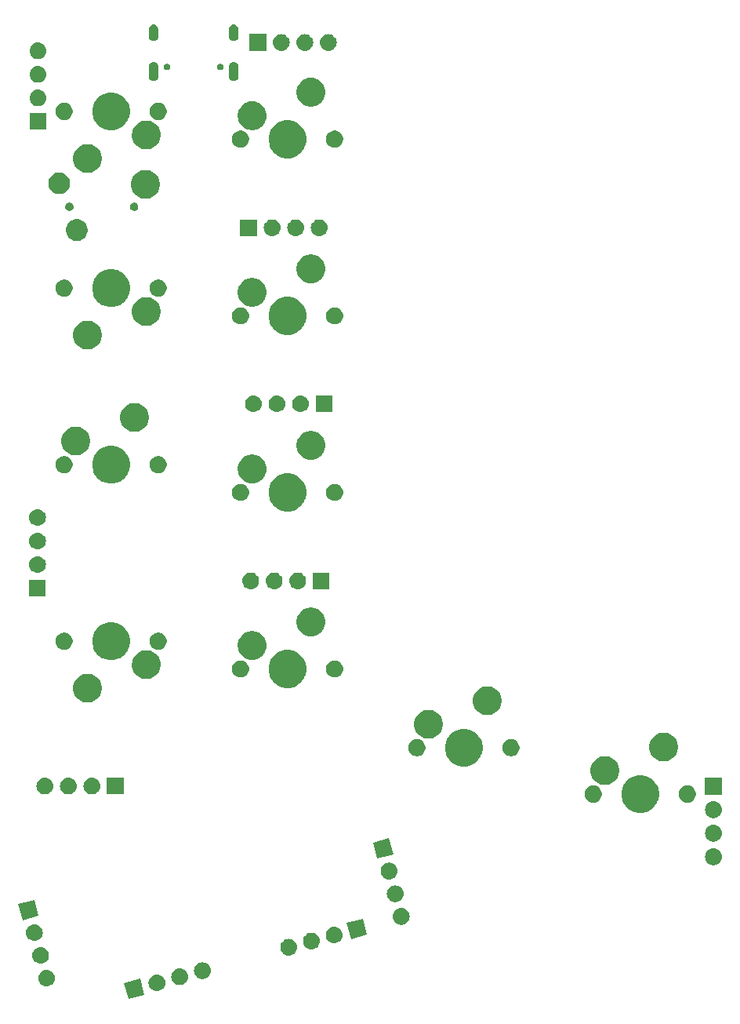
<source format=gbr>
G04 #@! TF.GenerationSoftware,KiCad,Pcbnew,(5.1.4)-1*
G04 #@! TF.CreationDate,2023-02-10T21:18:41-05:00*
G04 #@! TF.ProjectId,ThumbsUp,5468756d-6273-4557-902e-6b696361645f,rev?*
G04 #@! TF.SameCoordinates,Original*
G04 #@! TF.FileFunction,Soldermask,Top*
G04 #@! TF.FilePolarity,Negative*
%FSLAX46Y46*%
G04 Gerber Fmt 4.6, Leading zero omitted, Abs format (unit mm)*
G04 Created by KiCad (PCBNEW (5.1.4)-1) date 2023-02-10 21:18:41*
%MOMM*%
%LPD*%
G04 APERTURE LIST*
%ADD10C,0.100000*%
G04 APERTURE END LIST*
D10*
G36*
X166955165Y-473619626D02*
G01*
X165214567Y-474086018D01*
X164748175Y-472345420D01*
X166488773Y-471879028D01*
X166955165Y-473619626D01*
X166955165Y-473619626D01*
G37*
G36*
X168415564Y-471430641D02*
G01*
X168481749Y-471437160D01*
X168651588Y-471488680D01*
X168808113Y-471572345D01*
X168843851Y-471601675D01*
X168945308Y-471684937D01*
X169028570Y-471786394D01*
X169057900Y-471822132D01*
X169141565Y-471978657D01*
X169193085Y-472148496D01*
X169210481Y-472325123D01*
X169193085Y-472501750D01*
X169141565Y-472671589D01*
X169057900Y-472828114D01*
X169028570Y-472863852D01*
X168945308Y-472965309D01*
X168843851Y-473048571D01*
X168808113Y-473077901D01*
X168651588Y-473161566D01*
X168481749Y-473213086D01*
X168415565Y-473219604D01*
X168349382Y-473226123D01*
X168260862Y-473226123D01*
X168194679Y-473219604D01*
X168128495Y-473213086D01*
X167958656Y-473161566D01*
X167802131Y-473077901D01*
X167766393Y-473048571D01*
X167664936Y-472965309D01*
X167581674Y-472863852D01*
X167552344Y-472828114D01*
X167468679Y-472671589D01*
X167417159Y-472501750D01*
X167399763Y-472325123D01*
X167417159Y-472148496D01*
X167468679Y-471978657D01*
X167552344Y-471822132D01*
X167581674Y-471786394D01*
X167664936Y-471684937D01*
X167766393Y-471601675D01*
X167802131Y-471572345D01*
X167958656Y-471488680D01*
X168128495Y-471437160D01*
X168194680Y-471430641D01*
X168260862Y-471424123D01*
X168349382Y-471424123D01*
X168415564Y-471430641D01*
X168415564Y-471430641D01*
G37*
G36*
X156501573Y-470920497D02*
G01*
X156567757Y-470927015D01*
X156737596Y-470978535D01*
X156894121Y-471062200D01*
X156929859Y-471091530D01*
X157031316Y-471174792D01*
X157114578Y-471276249D01*
X157143908Y-471311987D01*
X157227573Y-471468512D01*
X157279093Y-471638351D01*
X157296489Y-471814978D01*
X157279093Y-471991605D01*
X157227573Y-472161444D01*
X157143908Y-472317969D01*
X157121379Y-472345420D01*
X157031316Y-472455164D01*
X156929859Y-472538426D01*
X156894121Y-472567756D01*
X156737596Y-472651421D01*
X156567757Y-472702941D01*
X156501572Y-472709460D01*
X156435390Y-472715978D01*
X156346870Y-472715978D01*
X156280688Y-472709460D01*
X156214503Y-472702941D01*
X156044664Y-472651421D01*
X155888139Y-472567756D01*
X155852401Y-472538426D01*
X155750944Y-472455164D01*
X155660881Y-472345420D01*
X155638352Y-472317969D01*
X155554687Y-472161444D01*
X155503167Y-471991605D01*
X155485771Y-471814978D01*
X155503167Y-471638351D01*
X155554687Y-471468512D01*
X155638352Y-471311987D01*
X155667682Y-471276249D01*
X155750944Y-471174792D01*
X155852401Y-471091530D01*
X155888139Y-471062200D01*
X156044664Y-470978535D01*
X156214503Y-470927015D01*
X156280687Y-470920497D01*
X156346870Y-470913978D01*
X156435390Y-470913978D01*
X156501573Y-470920497D01*
X156501573Y-470920497D01*
G37*
G36*
X170869016Y-470773241D02*
G01*
X170935200Y-470779759D01*
X171105039Y-470831279D01*
X171261564Y-470914944D01*
X171276272Y-470927015D01*
X171398759Y-471027536D01*
X171482021Y-471128993D01*
X171511351Y-471164731D01*
X171595016Y-471321256D01*
X171646536Y-471491095D01*
X171663932Y-471667722D01*
X171646536Y-471844349D01*
X171595016Y-472014188D01*
X171511351Y-472170713D01*
X171482021Y-472206451D01*
X171398759Y-472307908D01*
X171297302Y-472391170D01*
X171261564Y-472420500D01*
X171105039Y-472504165D01*
X170935200Y-472555685D01*
X170869016Y-472562203D01*
X170802833Y-472568722D01*
X170714313Y-472568722D01*
X170648130Y-472562203D01*
X170581946Y-472555685D01*
X170412107Y-472504165D01*
X170255582Y-472420500D01*
X170219844Y-472391170D01*
X170118387Y-472307908D01*
X170035125Y-472206451D01*
X170005795Y-472170713D01*
X169922130Y-472014188D01*
X169870610Y-471844349D01*
X169853214Y-471667722D01*
X169870610Y-471491095D01*
X169922130Y-471321256D01*
X170005795Y-471164731D01*
X170035125Y-471128993D01*
X170118387Y-471027536D01*
X170240874Y-470927015D01*
X170255582Y-470914944D01*
X170412107Y-470831279D01*
X170581946Y-470779759D01*
X170648130Y-470773241D01*
X170714313Y-470766722D01*
X170802833Y-470766722D01*
X170869016Y-470773241D01*
X170869016Y-470773241D01*
G37*
G36*
X173322468Y-470115841D02*
G01*
X173388652Y-470122359D01*
X173558491Y-470173879D01*
X173715016Y-470257544D01*
X173750754Y-470286874D01*
X173852211Y-470370136D01*
X173935473Y-470471593D01*
X173964803Y-470507331D01*
X174048468Y-470663856D01*
X174099988Y-470833695D01*
X174117384Y-471010322D01*
X174099988Y-471186949D01*
X174048468Y-471356788D01*
X173964803Y-471513313D01*
X173935473Y-471549051D01*
X173852211Y-471650508D01*
X173750754Y-471733770D01*
X173715016Y-471763100D01*
X173558491Y-471846765D01*
X173388652Y-471898285D01*
X173322468Y-471904803D01*
X173256285Y-471911322D01*
X173167765Y-471911322D01*
X173101582Y-471904803D01*
X173035398Y-471898285D01*
X172865559Y-471846765D01*
X172709034Y-471763100D01*
X172673296Y-471733770D01*
X172571839Y-471650508D01*
X172488577Y-471549051D01*
X172459247Y-471513313D01*
X172375582Y-471356788D01*
X172324062Y-471186949D01*
X172306666Y-471010322D01*
X172324062Y-470833695D01*
X172375582Y-470663856D01*
X172459247Y-470507331D01*
X172488577Y-470471593D01*
X172571839Y-470370136D01*
X172673296Y-470286874D01*
X172709034Y-470257544D01*
X172865559Y-470173879D01*
X173035398Y-470122359D01*
X173101582Y-470115841D01*
X173167765Y-470109322D01*
X173256285Y-470109322D01*
X173322468Y-470115841D01*
X173322468Y-470115841D01*
G37*
G36*
X155826562Y-468465310D02*
G01*
X155910357Y-468473563D01*
X156080196Y-468525083D01*
X156236721Y-468608748D01*
X156272459Y-468638078D01*
X156373916Y-468721340D01*
X156457178Y-468822797D01*
X156486508Y-468858535D01*
X156570173Y-469015060D01*
X156621693Y-469184899D01*
X156639089Y-469361526D01*
X156621693Y-469538153D01*
X156570173Y-469707992D01*
X156486508Y-469864517D01*
X156457178Y-469900255D01*
X156373916Y-470001712D01*
X156272459Y-470084974D01*
X156236721Y-470114304D01*
X156080196Y-470197969D01*
X155910357Y-470249489D01*
X155844173Y-470256007D01*
X155777990Y-470262526D01*
X155689470Y-470262526D01*
X155623287Y-470256007D01*
X155557103Y-470249489D01*
X155387264Y-470197969D01*
X155230739Y-470114304D01*
X155195001Y-470084974D01*
X155093544Y-470001712D01*
X155010282Y-469900255D01*
X154980952Y-469864517D01*
X154897287Y-469707992D01*
X154845767Y-469538153D01*
X154828371Y-469361526D01*
X154845767Y-469184899D01*
X154897287Y-469015060D01*
X154980952Y-468858535D01*
X155010282Y-468822797D01*
X155093544Y-468721340D01*
X155195001Y-468638078D01*
X155230739Y-468608748D01*
X155387264Y-468525083D01*
X155557103Y-468473563D01*
X155640898Y-468465310D01*
X155689470Y-468460526D01*
X155777990Y-468460526D01*
X155826562Y-468465310D01*
X155826562Y-468465310D01*
G37*
G36*
X182662112Y-467588043D02*
G01*
X182728296Y-467594561D01*
X182898135Y-467646081D01*
X183054660Y-467729746D01*
X183090398Y-467759076D01*
X183191855Y-467842338D01*
X183275117Y-467943795D01*
X183304447Y-467979533D01*
X183388112Y-468136058D01*
X183439632Y-468305897D01*
X183457028Y-468482524D01*
X183439632Y-468659151D01*
X183388112Y-468828990D01*
X183304447Y-468985515D01*
X183280200Y-469015060D01*
X183191855Y-469122710D01*
X183090398Y-469205972D01*
X183054660Y-469235302D01*
X182898135Y-469318967D01*
X182728296Y-469370487D01*
X182662112Y-469377005D01*
X182595929Y-469383524D01*
X182507409Y-469383524D01*
X182441226Y-469377005D01*
X182375042Y-469370487D01*
X182205203Y-469318967D01*
X182048678Y-469235302D01*
X182012940Y-469205972D01*
X181911483Y-469122710D01*
X181823138Y-469015060D01*
X181798891Y-468985515D01*
X181715226Y-468828990D01*
X181663706Y-468659151D01*
X181646310Y-468482524D01*
X181663706Y-468305897D01*
X181715226Y-468136058D01*
X181798891Y-467979533D01*
X181828221Y-467943795D01*
X181911483Y-467842338D01*
X182012940Y-467759076D01*
X182048678Y-467729746D01*
X182205203Y-467646081D01*
X182375042Y-467594561D01*
X182441226Y-467588043D01*
X182507409Y-467581524D01*
X182595929Y-467581524D01*
X182662112Y-467588043D01*
X182662112Y-467588043D01*
G37*
G36*
X185115564Y-466930643D02*
G01*
X185181748Y-466937161D01*
X185351587Y-466988681D01*
X185508112Y-467072346D01*
X185543850Y-467101676D01*
X185645307Y-467184938D01*
X185728569Y-467286395D01*
X185757899Y-467322133D01*
X185841564Y-467478658D01*
X185893084Y-467648497D01*
X185910480Y-467825124D01*
X185893084Y-468001751D01*
X185841564Y-468171590D01*
X185757899Y-468328115D01*
X185728569Y-468363853D01*
X185645307Y-468465310D01*
X185543850Y-468548572D01*
X185508112Y-468577902D01*
X185351587Y-468661567D01*
X185181748Y-468713087D01*
X185115564Y-468719605D01*
X185049381Y-468726124D01*
X184960861Y-468726124D01*
X184894678Y-468719605D01*
X184828494Y-468713087D01*
X184658655Y-468661567D01*
X184502130Y-468577902D01*
X184466392Y-468548572D01*
X184364935Y-468465310D01*
X184281673Y-468363853D01*
X184252343Y-468328115D01*
X184168678Y-468171590D01*
X184117158Y-468001751D01*
X184099762Y-467825124D01*
X184117158Y-467648497D01*
X184168678Y-467478658D01*
X184252343Y-467322133D01*
X184281673Y-467286395D01*
X184364935Y-467184938D01*
X184466392Y-467101676D01*
X184502130Y-467072346D01*
X184658655Y-466988681D01*
X184828494Y-466937161D01*
X184894678Y-466930643D01*
X184960861Y-466924124D01*
X185049381Y-466924124D01*
X185115564Y-466930643D01*
X185115564Y-466930643D01*
G37*
G36*
X187569014Y-466273241D02*
G01*
X187635199Y-466279760D01*
X187805038Y-466331280D01*
X187961563Y-466414945D01*
X187997301Y-466444275D01*
X188098758Y-466527537D01*
X188182020Y-466628994D01*
X188211350Y-466664732D01*
X188295015Y-466821257D01*
X188346535Y-466991096D01*
X188363931Y-467167723D01*
X188346535Y-467344350D01*
X188295015Y-467514189D01*
X188211350Y-467670714D01*
X188182020Y-467706452D01*
X188098758Y-467807909D01*
X187997301Y-467891171D01*
X187961563Y-467920501D01*
X187805038Y-468004166D01*
X187635199Y-468055686D01*
X187569014Y-468062205D01*
X187502832Y-468068723D01*
X187414312Y-468068723D01*
X187348130Y-468062205D01*
X187281945Y-468055686D01*
X187112106Y-468004166D01*
X186955581Y-467920501D01*
X186919843Y-467891171D01*
X186818386Y-467807909D01*
X186735124Y-467706452D01*
X186705794Y-467670714D01*
X186622129Y-467514189D01*
X186570609Y-467344350D01*
X186553213Y-467167723D01*
X186570609Y-466991096D01*
X186622129Y-466821257D01*
X186705794Y-466664732D01*
X186735124Y-466628994D01*
X186818386Y-466527537D01*
X186919843Y-466444275D01*
X186955581Y-466414945D01*
X187112106Y-466331280D01*
X187281945Y-466279760D01*
X187348130Y-466273241D01*
X187414312Y-466266723D01*
X187502832Y-466266723D01*
X187569014Y-466273241D01*
X187569014Y-466273241D01*
G37*
G36*
X155186772Y-466013594D02*
G01*
X155252956Y-466020112D01*
X155422795Y-466071632D01*
X155579320Y-466155297D01*
X155615058Y-466184627D01*
X155716515Y-466267889D01*
X155799777Y-466369346D01*
X155829107Y-466405084D01*
X155912772Y-466561609D01*
X155964292Y-466731448D01*
X155981688Y-466908075D01*
X155964292Y-467084702D01*
X155912772Y-467254541D01*
X155829107Y-467411066D01*
X155799777Y-467446804D01*
X155716515Y-467548261D01*
X155636632Y-467613818D01*
X155579320Y-467660853D01*
X155422795Y-467744518D01*
X155252956Y-467796038D01*
X155186772Y-467802556D01*
X155120589Y-467809075D01*
X155032069Y-467809075D01*
X154965886Y-467802556D01*
X154899702Y-467796038D01*
X154729863Y-467744518D01*
X154573338Y-467660853D01*
X154516026Y-467613818D01*
X154436143Y-467548261D01*
X154352881Y-467446804D01*
X154323551Y-467411066D01*
X154239886Y-467254541D01*
X154188366Y-467084702D01*
X154170970Y-466908075D01*
X154188366Y-466731448D01*
X154239886Y-466561609D01*
X154323551Y-466405084D01*
X154352881Y-466369346D01*
X154436143Y-466267889D01*
X154537600Y-466184627D01*
X154573338Y-466155297D01*
X154729863Y-466071632D01*
X154899702Y-466020112D01*
X154965886Y-466013594D01*
X155032069Y-466007075D01*
X155120589Y-466007075D01*
X155186772Y-466013594D01*
X155186772Y-466013594D01*
G37*
G36*
X191015519Y-467147426D02*
G01*
X189274921Y-467613818D01*
X188808529Y-465873220D01*
X190549127Y-465406828D01*
X191015519Y-467147426D01*
X191015519Y-467147426D01*
G37*
G36*
X194809069Y-464273777D02*
G01*
X194875253Y-464280295D01*
X195045092Y-464331815D01*
X195201617Y-464415480D01*
X195237355Y-464444810D01*
X195338812Y-464528072D01*
X195422074Y-464629529D01*
X195451404Y-464665267D01*
X195535069Y-464821792D01*
X195586589Y-464991631D01*
X195603985Y-465168258D01*
X195586589Y-465344885D01*
X195535069Y-465514724D01*
X195451404Y-465671249D01*
X195422074Y-465706987D01*
X195338812Y-465808444D01*
X195259881Y-465873220D01*
X195201617Y-465921036D01*
X195045092Y-466004701D01*
X194875253Y-466056221D01*
X194809068Y-466062740D01*
X194742886Y-466069258D01*
X194654366Y-466069258D01*
X194588184Y-466062740D01*
X194521999Y-466056221D01*
X194352160Y-466004701D01*
X194195635Y-465921036D01*
X194137371Y-465873220D01*
X194058440Y-465808444D01*
X193975178Y-465706987D01*
X193945848Y-465671249D01*
X193862183Y-465514724D01*
X193810663Y-465344885D01*
X193793267Y-465168258D01*
X193810663Y-464991631D01*
X193862183Y-464821792D01*
X193945848Y-464665267D01*
X193975178Y-464629529D01*
X194058440Y-464528072D01*
X194159897Y-464444810D01*
X194195635Y-464415480D01*
X194352160Y-464331815D01*
X194521999Y-464280295D01*
X194588183Y-464273777D01*
X194654366Y-464267258D01*
X194742886Y-464267258D01*
X194809069Y-464273777D01*
X194809069Y-464273777D01*
G37*
G36*
X155522424Y-465091726D02*
G01*
X153781826Y-465558118D01*
X153315434Y-463817520D01*
X155056032Y-463351128D01*
X155522424Y-465091726D01*
X155522424Y-465091726D01*
G37*
G36*
X194151668Y-461820324D02*
G01*
X194217853Y-461826843D01*
X194387692Y-461878363D01*
X194544217Y-461962028D01*
X194579955Y-461991358D01*
X194681412Y-462074620D01*
X194764674Y-462176077D01*
X194794004Y-462211815D01*
X194877669Y-462368340D01*
X194929189Y-462538179D01*
X194946585Y-462714806D01*
X194929189Y-462891433D01*
X194877669Y-463061272D01*
X194794004Y-463217797D01*
X194764674Y-463253535D01*
X194681412Y-463354992D01*
X194579955Y-463438254D01*
X194544217Y-463467584D01*
X194387692Y-463551249D01*
X194217853Y-463602769D01*
X194151669Y-463609287D01*
X194085486Y-463615806D01*
X193996966Y-463615806D01*
X193930783Y-463609287D01*
X193864599Y-463602769D01*
X193694760Y-463551249D01*
X193538235Y-463467584D01*
X193502497Y-463438254D01*
X193401040Y-463354992D01*
X193317778Y-463253535D01*
X193288448Y-463217797D01*
X193204783Y-463061272D01*
X193153263Y-462891433D01*
X193135867Y-462714806D01*
X193153263Y-462538179D01*
X193204783Y-462368340D01*
X193288448Y-462211815D01*
X193317778Y-462176077D01*
X193401040Y-462074620D01*
X193502497Y-461991358D01*
X193538235Y-461962028D01*
X193694760Y-461878363D01*
X193864599Y-461826843D01*
X193930784Y-461820324D01*
X193996966Y-461813806D01*
X194085486Y-461813806D01*
X194151668Y-461820324D01*
X194151668Y-461820324D01*
G37*
G36*
X193494267Y-459366873D02*
G01*
X193560452Y-459373392D01*
X193730291Y-459424912D01*
X193886816Y-459508577D01*
X193922554Y-459537907D01*
X194024011Y-459621169D01*
X194107273Y-459722626D01*
X194136603Y-459758364D01*
X194220268Y-459914889D01*
X194271788Y-460084728D01*
X194289184Y-460261355D01*
X194271788Y-460437982D01*
X194220268Y-460607821D01*
X194136603Y-460764346D01*
X194107273Y-460800084D01*
X194024011Y-460901541D01*
X193922554Y-460984803D01*
X193886816Y-461014133D01*
X193730291Y-461097798D01*
X193560452Y-461149318D01*
X193494268Y-461155836D01*
X193428085Y-461162355D01*
X193339565Y-461162355D01*
X193273382Y-461155836D01*
X193207198Y-461149318D01*
X193037359Y-461097798D01*
X192880834Y-461014133D01*
X192845096Y-460984803D01*
X192743639Y-460901541D01*
X192660377Y-460800084D01*
X192631047Y-460764346D01*
X192547382Y-460607821D01*
X192495862Y-460437982D01*
X192478466Y-460261355D01*
X192495862Y-460084728D01*
X192547382Y-459914889D01*
X192631047Y-459758364D01*
X192660377Y-459722626D01*
X192743639Y-459621169D01*
X192845096Y-459537907D01*
X192880834Y-459508577D01*
X193037359Y-459424912D01*
X193207198Y-459373392D01*
X193273383Y-459366873D01*
X193339565Y-459360355D01*
X193428085Y-459360355D01*
X193494267Y-459366873D01*
X193494267Y-459366873D01*
G37*
G36*
X228522467Y-457835840D02*
G01*
X228588652Y-457842359D01*
X228758491Y-457893879D01*
X228915016Y-457977544D01*
X228950754Y-458006874D01*
X229052211Y-458090136D01*
X229135473Y-458191593D01*
X229164803Y-458227331D01*
X229248468Y-458383856D01*
X229299988Y-458553695D01*
X229317384Y-458730322D01*
X229299988Y-458906949D01*
X229248468Y-459076788D01*
X229164803Y-459233313D01*
X229135473Y-459269051D01*
X229052211Y-459370508D01*
X228985917Y-459424913D01*
X228915016Y-459483100D01*
X228758491Y-459566765D01*
X228588652Y-459618285D01*
X228522467Y-459624804D01*
X228456285Y-459631322D01*
X228367765Y-459631322D01*
X228301583Y-459624804D01*
X228235398Y-459618285D01*
X228065559Y-459566765D01*
X227909034Y-459483100D01*
X227838133Y-459424913D01*
X227771839Y-459370508D01*
X227688577Y-459269051D01*
X227659247Y-459233313D01*
X227575582Y-459076788D01*
X227524062Y-458906949D01*
X227506666Y-458730322D01*
X227524062Y-458553695D01*
X227575582Y-458383856D01*
X227659247Y-458227331D01*
X227688577Y-458191593D01*
X227771839Y-458090136D01*
X227873296Y-458006874D01*
X227909034Y-457977544D01*
X228065559Y-457893879D01*
X228235398Y-457842359D01*
X228301583Y-457835840D01*
X228367765Y-457829322D01*
X228456285Y-457829322D01*
X228522467Y-457835840D01*
X228522467Y-457835840D01*
G37*
G36*
X193829920Y-458445006D02*
G01*
X192089322Y-458911398D01*
X191622930Y-457170800D01*
X193363528Y-456704408D01*
X193829920Y-458445006D01*
X193829920Y-458445006D01*
G37*
G36*
X228522467Y-455295840D02*
G01*
X228588652Y-455302359D01*
X228758491Y-455353879D01*
X228915016Y-455437544D01*
X228950754Y-455466874D01*
X229052211Y-455550136D01*
X229135473Y-455651593D01*
X229164803Y-455687331D01*
X229248468Y-455843856D01*
X229299988Y-456013695D01*
X229317384Y-456190322D01*
X229299988Y-456366949D01*
X229248468Y-456536788D01*
X229164803Y-456693313D01*
X229135473Y-456729051D01*
X229052211Y-456830508D01*
X228950754Y-456913770D01*
X228915016Y-456943100D01*
X228758491Y-457026765D01*
X228588652Y-457078285D01*
X228522468Y-457084803D01*
X228456285Y-457091322D01*
X228367765Y-457091322D01*
X228301582Y-457084803D01*
X228235398Y-457078285D01*
X228065559Y-457026765D01*
X227909034Y-456943100D01*
X227873296Y-456913770D01*
X227771839Y-456830508D01*
X227688577Y-456729051D01*
X227659247Y-456693313D01*
X227575582Y-456536788D01*
X227524062Y-456366949D01*
X227506666Y-456190322D01*
X227524062Y-456013695D01*
X227575582Y-455843856D01*
X227659247Y-455687331D01*
X227688577Y-455651593D01*
X227771839Y-455550136D01*
X227873296Y-455466874D01*
X227909034Y-455437544D01*
X228065559Y-455353879D01*
X228235398Y-455302359D01*
X228301583Y-455295840D01*
X228367765Y-455289322D01*
X228456285Y-455289322D01*
X228522467Y-455295840D01*
X228522467Y-455295840D01*
G37*
G36*
X228522468Y-452755841D02*
G01*
X228588652Y-452762359D01*
X228758491Y-452813879D01*
X228915016Y-452897544D01*
X228950754Y-452926874D01*
X229052211Y-453010136D01*
X229135473Y-453111593D01*
X229164803Y-453147331D01*
X229248468Y-453303856D01*
X229299988Y-453473695D01*
X229317384Y-453650322D01*
X229299988Y-453826949D01*
X229248468Y-453996788D01*
X229164803Y-454153313D01*
X229135473Y-454189051D01*
X229052211Y-454290508D01*
X228950754Y-454373770D01*
X228915016Y-454403100D01*
X228758491Y-454486765D01*
X228588652Y-454538285D01*
X228522468Y-454544803D01*
X228456285Y-454551322D01*
X228367765Y-454551322D01*
X228301582Y-454544803D01*
X228235398Y-454538285D01*
X228065559Y-454486765D01*
X227909034Y-454403100D01*
X227873296Y-454373770D01*
X227771839Y-454290508D01*
X227688577Y-454189051D01*
X227659247Y-454153313D01*
X227575582Y-453996788D01*
X227524062Y-453826949D01*
X227506666Y-453650322D01*
X227524062Y-453473695D01*
X227575582Y-453303856D01*
X227659247Y-453147331D01*
X227688577Y-453111593D01*
X227771839Y-453010136D01*
X227873296Y-452926874D01*
X227909034Y-452897544D01*
X228065559Y-452813879D01*
X228235398Y-452762359D01*
X228301582Y-452755841D01*
X228367765Y-452749322D01*
X228456285Y-452749322D01*
X228522468Y-452755841D01*
X228522468Y-452755841D01*
G37*
G36*
X221108499Y-449994006D02*
G01*
X221326499Y-450084305D01*
X221480648Y-450148155D01*
X221815573Y-450371945D01*
X222100402Y-450656774D01*
X222324192Y-450991699D01*
X222356587Y-451069908D01*
X222478341Y-451363848D01*
X222556925Y-451758916D01*
X222556925Y-452161728D01*
X222478341Y-452556796D01*
X222427476Y-452679594D01*
X222324192Y-452928945D01*
X222100402Y-453263870D01*
X221815573Y-453548699D01*
X221480648Y-453772489D01*
X221349174Y-453826947D01*
X221108499Y-453926638D01*
X220713431Y-454005222D01*
X220310619Y-454005222D01*
X219915551Y-453926638D01*
X219674876Y-453826947D01*
X219543402Y-453772489D01*
X219208477Y-453548699D01*
X218923648Y-453263870D01*
X218699858Y-452928945D01*
X218596574Y-452679594D01*
X218545709Y-452556796D01*
X218467125Y-452161728D01*
X218467125Y-451758916D01*
X218545709Y-451363848D01*
X218667463Y-451069908D01*
X218699858Y-450991699D01*
X218923648Y-450656774D01*
X219208477Y-450371945D01*
X219543402Y-450148155D01*
X219697551Y-450084305D01*
X219915551Y-449994006D01*
X220310619Y-449915422D01*
X220713431Y-449915422D01*
X221108499Y-449994006D01*
X221108499Y-449994006D01*
G37*
G36*
X225862129Y-451069907D02*
G01*
X226030651Y-451139711D01*
X226182316Y-451241050D01*
X226311297Y-451370031D01*
X226412636Y-451521696D01*
X226482440Y-451690218D01*
X226518025Y-451869119D01*
X226518025Y-452051525D01*
X226482440Y-452230426D01*
X226412636Y-452398948D01*
X226311297Y-452550613D01*
X226182316Y-452679594D01*
X226030651Y-452780933D01*
X225862129Y-452850737D01*
X225683228Y-452886322D01*
X225500822Y-452886322D01*
X225321921Y-452850737D01*
X225153399Y-452780933D01*
X225001734Y-452679594D01*
X224872753Y-452550613D01*
X224771414Y-452398948D01*
X224701610Y-452230426D01*
X224666025Y-452051525D01*
X224666025Y-451869119D01*
X224701610Y-451690218D01*
X224771414Y-451521696D01*
X224872753Y-451370031D01*
X225001734Y-451241050D01*
X225153399Y-451139711D01*
X225321921Y-451069907D01*
X225500822Y-451034322D01*
X225683228Y-451034322D01*
X225862129Y-451069907D01*
X225862129Y-451069907D01*
G37*
G36*
X215702129Y-451069907D02*
G01*
X215870651Y-451139711D01*
X216022316Y-451241050D01*
X216151297Y-451370031D01*
X216252636Y-451521696D01*
X216322440Y-451690218D01*
X216358025Y-451869119D01*
X216358025Y-452051525D01*
X216322440Y-452230426D01*
X216252636Y-452398948D01*
X216151297Y-452550613D01*
X216022316Y-452679594D01*
X215870651Y-452780933D01*
X215702129Y-452850737D01*
X215523228Y-452886322D01*
X215340822Y-452886322D01*
X215161921Y-452850737D01*
X214993399Y-452780933D01*
X214841734Y-452679594D01*
X214712753Y-452550613D01*
X214611414Y-452398948D01*
X214541610Y-452230426D01*
X214506025Y-452051525D01*
X214506025Y-451869119D01*
X214541610Y-451690218D01*
X214611414Y-451521696D01*
X214712753Y-451370031D01*
X214841734Y-451241050D01*
X214993399Y-451139711D01*
X215161921Y-451069907D01*
X215340822Y-451034322D01*
X215523228Y-451034322D01*
X215702129Y-451069907D01*
X215702129Y-451069907D01*
G37*
G36*
X229313025Y-452011322D02*
G01*
X227511025Y-452011322D01*
X227511025Y-450209322D01*
X229313025Y-450209322D01*
X229313025Y-452011322D01*
X229313025Y-452011322D01*
G37*
G36*
X164716921Y-451985972D02*
G01*
X162914921Y-451985972D01*
X162914921Y-450183972D01*
X164716921Y-450183972D01*
X164716921Y-451985972D01*
X164716921Y-451985972D01*
G37*
G36*
X158846363Y-450190490D02*
G01*
X158912548Y-450197009D01*
X159082387Y-450248529D01*
X159238912Y-450332194D01*
X159274650Y-450361524D01*
X159376107Y-450444786D01*
X159459369Y-450546243D01*
X159488699Y-450581981D01*
X159572364Y-450738506D01*
X159623884Y-450908345D01*
X159641280Y-451084972D01*
X159623884Y-451261599D01*
X159572364Y-451431438D01*
X159488699Y-451587963D01*
X159459369Y-451623701D01*
X159376107Y-451725158D01*
X159274650Y-451808420D01*
X159238912Y-451837750D01*
X159082387Y-451921415D01*
X158912548Y-451972935D01*
X158846364Y-451979453D01*
X158780181Y-451985972D01*
X158691661Y-451985972D01*
X158625478Y-451979453D01*
X158559294Y-451972935D01*
X158389455Y-451921415D01*
X158232930Y-451837750D01*
X158197192Y-451808420D01*
X158095735Y-451725158D01*
X158012473Y-451623701D01*
X157983143Y-451587963D01*
X157899478Y-451431438D01*
X157847958Y-451261599D01*
X157830562Y-451084972D01*
X157847958Y-450908345D01*
X157899478Y-450738506D01*
X157983143Y-450581981D01*
X158012473Y-450546243D01*
X158095735Y-450444786D01*
X158197192Y-450361524D01*
X158232930Y-450332194D01*
X158389455Y-450248529D01*
X158559294Y-450197009D01*
X158625479Y-450190490D01*
X158691661Y-450183972D01*
X158780181Y-450183972D01*
X158846363Y-450190490D01*
X158846363Y-450190490D01*
G37*
G36*
X156306363Y-450190490D02*
G01*
X156372548Y-450197009D01*
X156542387Y-450248529D01*
X156698912Y-450332194D01*
X156734650Y-450361524D01*
X156836107Y-450444786D01*
X156919369Y-450546243D01*
X156948699Y-450581981D01*
X157032364Y-450738506D01*
X157083884Y-450908345D01*
X157101280Y-451084972D01*
X157083884Y-451261599D01*
X157032364Y-451431438D01*
X156948699Y-451587963D01*
X156919369Y-451623701D01*
X156836107Y-451725158D01*
X156734650Y-451808420D01*
X156698912Y-451837750D01*
X156542387Y-451921415D01*
X156372548Y-451972935D01*
X156306364Y-451979453D01*
X156240181Y-451985972D01*
X156151661Y-451985972D01*
X156085478Y-451979453D01*
X156019294Y-451972935D01*
X155849455Y-451921415D01*
X155692930Y-451837750D01*
X155657192Y-451808420D01*
X155555735Y-451725158D01*
X155472473Y-451623701D01*
X155443143Y-451587963D01*
X155359478Y-451431438D01*
X155307958Y-451261599D01*
X155290562Y-451084972D01*
X155307958Y-450908345D01*
X155359478Y-450738506D01*
X155443143Y-450581981D01*
X155472473Y-450546243D01*
X155555735Y-450444786D01*
X155657192Y-450361524D01*
X155692930Y-450332194D01*
X155849455Y-450248529D01*
X156019294Y-450197009D01*
X156085479Y-450190490D01*
X156151661Y-450183972D01*
X156240181Y-450183972D01*
X156306363Y-450190490D01*
X156306363Y-450190490D01*
G37*
G36*
X161386363Y-450190490D02*
G01*
X161452548Y-450197009D01*
X161622387Y-450248529D01*
X161778912Y-450332194D01*
X161814650Y-450361524D01*
X161916107Y-450444786D01*
X161999369Y-450546243D01*
X162028699Y-450581981D01*
X162112364Y-450738506D01*
X162163884Y-450908345D01*
X162181280Y-451084972D01*
X162163884Y-451261599D01*
X162112364Y-451431438D01*
X162028699Y-451587963D01*
X161999369Y-451623701D01*
X161916107Y-451725158D01*
X161814650Y-451808420D01*
X161778912Y-451837750D01*
X161622387Y-451921415D01*
X161452548Y-451972935D01*
X161386364Y-451979453D01*
X161320181Y-451985972D01*
X161231661Y-451985972D01*
X161165478Y-451979453D01*
X161099294Y-451972935D01*
X160929455Y-451921415D01*
X160772930Y-451837750D01*
X160737192Y-451808420D01*
X160635735Y-451725158D01*
X160552473Y-451623701D01*
X160523143Y-451587963D01*
X160439478Y-451431438D01*
X160387958Y-451261599D01*
X160370562Y-451084972D01*
X160387958Y-450908345D01*
X160439478Y-450738506D01*
X160523143Y-450581981D01*
X160552473Y-450546243D01*
X160635735Y-450444786D01*
X160737192Y-450361524D01*
X160772930Y-450332194D01*
X160929455Y-450248529D01*
X161099294Y-450197009D01*
X161165479Y-450190490D01*
X161231661Y-450183972D01*
X161320181Y-450183972D01*
X161386363Y-450190490D01*
X161386363Y-450190490D01*
G37*
G36*
X216940255Y-447886323D02*
G01*
X217154435Y-447928926D01*
X217436699Y-448045843D01*
X217690730Y-448215581D01*
X217906766Y-448431617D01*
X218076504Y-448685648D01*
X218193421Y-448967912D01*
X218253025Y-449267562D01*
X218253025Y-449573082D01*
X218193421Y-449872732D01*
X218076504Y-450154996D01*
X217906766Y-450409027D01*
X217690730Y-450625063D01*
X217436699Y-450794801D01*
X217154435Y-450911718D01*
X217004610Y-450941520D01*
X216854786Y-450971322D01*
X216549264Y-450971322D01*
X216399440Y-450941520D01*
X216249615Y-450911718D01*
X215967351Y-450794801D01*
X215713320Y-450625063D01*
X215497284Y-450409027D01*
X215327546Y-450154996D01*
X215210629Y-449872732D01*
X215151025Y-449573082D01*
X215151025Y-449267562D01*
X215210629Y-448967912D01*
X215327546Y-448685648D01*
X215497284Y-448431617D01*
X215713320Y-448215581D01*
X215967351Y-448045843D01*
X216249615Y-447928926D01*
X216463795Y-447886323D01*
X216549264Y-447869322D01*
X216854786Y-447869322D01*
X216940255Y-447886323D01*
X216940255Y-447886323D01*
G37*
G36*
X202058499Y-444994007D02*
G01*
X202276499Y-445084306D01*
X202430648Y-445148156D01*
X202765573Y-445371946D01*
X203050402Y-445656775D01*
X203274192Y-445991700D01*
X203306587Y-446069909D01*
X203428341Y-446363849D01*
X203506925Y-446758917D01*
X203506925Y-447161729D01*
X203428341Y-447556797D01*
X203377476Y-447679595D01*
X203274192Y-447928946D01*
X203050402Y-448263871D01*
X202765573Y-448548700D01*
X202430648Y-448772490D01*
X202276499Y-448836340D01*
X202058499Y-448926639D01*
X201663431Y-449005223D01*
X201260619Y-449005223D01*
X200865551Y-448926639D01*
X200647551Y-448836340D01*
X200493402Y-448772490D01*
X200158477Y-448548700D01*
X199873648Y-448263871D01*
X199649858Y-447928946D01*
X199546574Y-447679595D01*
X199495709Y-447556797D01*
X199417125Y-447161729D01*
X199417125Y-446758917D01*
X199495709Y-446363849D01*
X199617463Y-446069909D01*
X199649858Y-445991700D01*
X199873648Y-445656775D01*
X200158477Y-445371946D01*
X200493402Y-445148156D01*
X200647551Y-445084306D01*
X200865551Y-444994007D01*
X201260619Y-444915423D01*
X201663431Y-444915423D01*
X202058499Y-444994007D01*
X202058499Y-444994007D01*
G37*
G36*
X223354610Y-445359124D02*
G01*
X223504435Y-445388926D01*
X223786699Y-445505843D01*
X224040730Y-445675581D01*
X224256766Y-445891617D01*
X224426504Y-446145648D01*
X224543421Y-446427912D01*
X224603025Y-446727562D01*
X224603025Y-447033082D01*
X224543421Y-447332732D01*
X224426504Y-447614996D01*
X224256766Y-447869027D01*
X224040730Y-448085063D01*
X223786699Y-448254801D01*
X223504435Y-448371718D01*
X223354610Y-448401520D01*
X223204786Y-448431322D01*
X222899264Y-448431322D01*
X222749440Y-448401520D01*
X222599615Y-448371718D01*
X222317351Y-448254801D01*
X222063320Y-448085063D01*
X221847284Y-447869027D01*
X221677546Y-447614996D01*
X221560629Y-447332732D01*
X221501025Y-447033082D01*
X221501025Y-446727562D01*
X221560629Y-446427912D01*
X221677546Y-446145648D01*
X221847284Y-445891617D01*
X222063320Y-445675581D01*
X222317351Y-445505843D01*
X222599615Y-445388926D01*
X222749440Y-445359124D01*
X222899264Y-445329322D01*
X223204786Y-445329322D01*
X223354610Y-445359124D01*
X223354610Y-445359124D01*
G37*
G36*
X196652129Y-446069908D02*
G01*
X196820651Y-446139712D01*
X196972316Y-446241051D01*
X197101297Y-446370032D01*
X197202636Y-446521697D01*
X197272440Y-446690219D01*
X197308025Y-446869120D01*
X197308025Y-447051526D01*
X197272440Y-447230427D01*
X197202636Y-447398949D01*
X197101297Y-447550614D01*
X196972316Y-447679595D01*
X196820651Y-447780934D01*
X196652129Y-447850738D01*
X196473228Y-447886323D01*
X196290822Y-447886323D01*
X196111921Y-447850738D01*
X195943399Y-447780934D01*
X195791734Y-447679595D01*
X195662753Y-447550614D01*
X195561414Y-447398949D01*
X195491610Y-447230427D01*
X195456025Y-447051526D01*
X195456025Y-446869120D01*
X195491610Y-446690219D01*
X195561414Y-446521697D01*
X195662753Y-446370032D01*
X195791734Y-446241051D01*
X195943399Y-446139712D01*
X196111921Y-446069908D01*
X196290822Y-446034323D01*
X196473228Y-446034323D01*
X196652129Y-446069908D01*
X196652129Y-446069908D01*
G37*
G36*
X206812129Y-446069908D02*
G01*
X206980651Y-446139712D01*
X207132316Y-446241051D01*
X207261297Y-446370032D01*
X207362636Y-446521697D01*
X207432440Y-446690219D01*
X207468025Y-446869120D01*
X207468025Y-447051526D01*
X207432440Y-447230427D01*
X207362636Y-447398949D01*
X207261297Y-447550614D01*
X207132316Y-447679595D01*
X206980651Y-447780934D01*
X206812129Y-447850738D01*
X206633228Y-447886323D01*
X206450822Y-447886323D01*
X206271921Y-447850738D01*
X206103399Y-447780934D01*
X205951734Y-447679595D01*
X205822753Y-447550614D01*
X205721414Y-447398949D01*
X205651610Y-447230427D01*
X205616025Y-447051526D01*
X205616025Y-446869120D01*
X205651610Y-446690219D01*
X205721414Y-446521697D01*
X205822753Y-446370032D01*
X205951734Y-446241051D01*
X206103399Y-446139712D01*
X206271921Y-446069908D01*
X206450822Y-446034323D01*
X206633228Y-446034323D01*
X206812129Y-446069908D01*
X206812129Y-446069908D01*
G37*
G36*
X197954610Y-442899125D02*
G01*
X198104435Y-442928927D01*
X198386699Y-443045844D01*
X198640730Y-443215582D01*
X198856766Y-443431618D01*
X199026504Y-443685649D01*
X199143421Y-443967913D01*
X199203025Y-444267563D01*
X199203025Y-444573083D01*
X199143421Y-444872733D01*
X199026504Y-445154997D01*
X198856766Y-445409028D01*
X198640730Y-445625064D01*
X198386699Y-445794802D01*
X198104435Y-445911719D01*
X197954610Y-445941521D01*
X197804786Y-445971323D01*
X197499264Y-445971323D01*
X197349440Y-445941521D01*
X197199615Y-445911719D01*
X196917351Y-445794802D01*
X196663320Y-445625064D01*
X196447284Y-445409028D01*
X196277546Y-445154997D01*
X196160629Y-444872733D01*
X196101025Y-444573083D01*
X196101025Y-444267563D01*
X196160629Y-443967913D01*
X196277546Y-443685649D01*
X196447284Y-443431618D01*
X196663320Y-443215582D01*
X196917351Y-443045844D01*
X197199615Y-442928927D01*
X197349440Y-442899125D01*
X197499264Y-442869323D01*
X197804786Y-442869323D01*
X197954610Y-442899125D01*
X197954610Y-442899125D01*
G37*
G36*
X204304610Y-440359125D02*
G01*
X204454435Y-440388927D01*
X204736699Y-440505844D01*
X204990730Y-440675582D01*
X205206766Y-440891618D01*
X205376504Y-441145649D01*
X205493421Y-441427913D01*
X205553025Y-441727563D01*
X205553025Y-442033083D01*
X205493421Y-442332733D01*
X205376504Y-442614997D01*
X205206766Y-442869028D01*
X204990730Y-443085064D01*
X204736699Y-443254802D01*
X204454435Y-443371719D01*
X204304610Y-443401521D01*
X204154786Y-443431323D01*
X203849264Y-443431323D01*
X203699440Y-443401521D01*
X203549615Y-443371719D01*
X203267351Y-443254802D01*
X203013320Y-443085064D01*
X202797284Y-442869028D01*
X202627546Y-442614997D01*
X202510629Y-442332733D01*
X202451025Y-442033083D01*
X202451025Y-441727563D01*
X202510629Y-441427913D01*
X202627546Y-441145649D01*
X202797284Y-440891618D01*
X203013320Y-440675582D01*
X203267351Y-440505844D01*
X203549615Y-440388927D01*
X203699440Y-440359125D01*
X203849264Y-440329323D01*
X204154786Y-440329323D01*
X204304610Y-440359125D01*
X204304610Y-440359125D01*
G37*
G36*
X161124610Y-439019124D02*
G01*
X161274435Y-439048926D01*
X161556699Y-439165843D01*
X161810730Y-439335581D01*
X162026766Y-439551617D01*
X162196504Y-439805648D01*
X162313421Y-440087912D01*
X162373025Y-440387562D01*
X162373025Y-440693082D01*
X162313421Y-440992732D01*
X162196504Y-441274996D01*
X162026766Y-441529027D01*
X161810730Y-441745063D01*
X161556699Y-441914801D01*
X161274435Y-442031718D01*
X161124610Y-442061520D01*
X160974786Y-442091322D01*
X160669264Y-442091322D01*
X160519440Y-442061520D01*
X160369615Y-442031718D01*
X160087351Y-441914801D01*
X159833320Y-441745063D01*
X159617284Y-441529027D01*
X159447546Y-441274996D01*
X159330629Y-440992732D01*
X159271025Y-440693082D01*
X159271025Y-440387562D01*
X159330629Y-440087912D01*
X159447546Y-439805648D01*
X159617284Y-439551617D01*
X159833320Y-439335581D01*
X160087351Y-439165843D01*
X160369615Y-439048926D01*
X160519440Y-439019124D01*
X160669264Y-438989322D01*
X160974786Y-438989322D01*
X161124610Y-439019124D01*
X161124610Y-439019124D01*
G37*
G36*
X183008499Y-436494006D02*
G01*
X183226499Y-436584305D01*
X183380648Y-436648155D01*
X183715573Y-436871945D01*
X184000402Y-437156774D01*
X184224192Y-437491699D01*
X184256587Y-437569908D01*
X184378341Y-437863848D01*
X184456925Y-438258916D01*
X184456925Y-438661728D01*
X184378341Y-439056796D01*
X184327476Y-439179594D01*
X184224192Y-439428945D01*
X184000402Y-439763870D01*
X183715573Y-440048699D01*
X183380648Y-440272489D01*
X183243438Y-440329323D01*
X183008499Y-440426638D01*
X182613431Y-440505222D01*
X182210619Y-440505222D01*
X181815551Y-440426638D01*
X181580612Y-440329323D01*
X181443402Y-440272489D01*
X181108477Y-440048699D01*
X180823648Y-439763870D01*
X180599858Y-439428945D01*
X180496574Y-439179594D01*
X180445709Y-439056796D01*
X180367125Y-438661728D01*
X180367125Y-438258916D01*
X180445709Y-437863848D01*
X180567463Y-437569908D01*
X180599858Y-437491699D01*
X180823648Y-437156774D01*
X181108477Y-436871945D01*
X181443402Y-436648155D01*
X181597551Y-436584305D01*
X181815551Y-436494006D01*
X182210619Y-436415422D01*
X182613431Y-436415422D01*
X183008499Y-436494006D01*
X183008499Y-436494006D01*
G37*
G36*
X167474610Y-436479124D02*
G01*
X167624435Y-436508926D01*
X167906699Y-436625843D01*
X168160730Y-436795581D01*
X168376766Y-437011617D01*
X168546504Y-437265648D01*
X168663421Y-437547912D01*
X168663421Y-437547913D01*
X168701839Y-437741050D01*
X168723025Y-437847562D01*
X168723025Y-438153082D01*
X168663421Y-438452732D01*
X168546504Y-438734996D01*
X168376766Y-438989027D01*
X168160730Y-439205063D01*
X167906699Y-439374801D01*
X167624435Y-439491718D01*
X167474610Y-439521520D01*
X167324786Y-439551322D01*
X167019264Y-439551322D01*
X166869440Y-439521520D01*
X166719615Y-439491718D01*
X166437351Y-439374801D01*
X166183320Y-439205063D01*
X165967284Y-438989027D01*
X165797546Y-438734996D01*
X165680629Y-438452732D01*
X165621025Y-438153082D01*
X165621025Y-437847562D01*
X165642212Y-437741050D01*
X165680629Y-437547913D01*
X165680629Y-437547912D01*
X165797546Y-437265648D01*
X165967284Y-437011617D01*
X166183320Y-436795581D01*
X166437351Y-436625843D01*
X166719615Y-436508926D01*
X166869440Y-436479124D01*
X167019264Y-436449322D01*
X167324786Y-436449322D01*
X167474610Y-436479124D01*
X167474610Y-436479124D01*
G37*
G36*
X187762129Y-437569907D02*
G01*
X187930651Y-437639711D01*
X188082316Y-437741050D01*
X188211297Y-437870031D01*
X188312636Y-438021696D01*
X188382440Y-438190218D01*
X188418025Y-438369119D01*
X188418025Y-438551525D01*
X188382440Y-438730426D01*
X188312636Y-438898948D01*
X188211297Y-439050613D01*
X188082316Y-439179594D01*
X187930651Y-439280933D01*
X187762129Y-439350737D01*
X187583228Y-439386322D01*
X187400822Y-439386322D01*
X187221921Y-439350737D01*
X187053399Y-439280933D01*
X186901734Y-439179594D01*
X186772753Y-439050613D01*
X186671414Y-438898948D01*
X186601610Y-438730426D01*
X186566025Y-438551525D01*
X186566025Y-438369119D01*
X186601610Y-438190218D01*
X186671414Y-438021696D01*
X186772753Y-437870031D01*
X186901734Y-437741050D01*
X187053399Y-437639711D01*
X187221921Y-437569907D01*
X187400822Y-437534322D01*
X187583228Y-437534322D01*
X187762129Y-437569907D01*
X187762129Y-437569907D01*
G37*
G36*
X177602129Y-437569907D02*
G01*
X177770651Y-437639711D01*
X177922316Y-437741050D01*
X178051297Y-437870031D01*
X178152636Y-438021696D01*
X178222440Y-438190218D01*
X178258025Y-438369119D01*
X178258025Y-438551525D01*
X178222440Y-438730426D01*
X178152636Y-438898948D01*
X178051297Y-439050613D01*
X177922316Y-439179594D01*
X177770651Y-439280933D01*
X177602129Y-439350737D01*
X177423228Y-439386322D01*
X177240822Y-439386322D01*
X177061921Y-439350737D01*
X176893399Y-439280933D01*
X176741734Y-439179594D01*
X176612753Y-439050613D01*
X176511414Y-438898948D01*
X176441610Y-438730426D01*
X176406025Y-438551525D01*
X176406025Y-438369119D01*
X176441610Y-438190218D01*
X176511414Y-438021696D01*
X176612753Y-437870031D01*
X176741734Y-437741050D01*
X176893399Y-437639711D01*
X177061921Y-437569907D01*
X177240822Y-437534322D01*
X177423228Y-437534322D01*
X177602129Y-437569907D01*
X177602129Y-437569907D01*
G37*
G36*
X163958499Y-433494006D02*
G01*
X164176499Y-433584305D01*
X164330648Y-433648155D01*
X164665573Y-433871945D01*
X164950402Y-434156774D01*
X165174192Y-434491699D01*
X165206587Y-434569908D01*
X165328341Y-434863848D01*
X165406925Y-435258916D01*
X165406925Y-435661728D01*
X165328341Y-436056796D01*
X165277476Y-436179594D01*
X165174192Y-436428945D01*
X164950402Y-436763870D01*
X164665573Y-437048699D01*
X164330648Y-437272489D01*
X164176499Y-437336339D01*
X163958499Y-437426638D01*
X163563431Y-437505222D01*
X163160619Y-437505222D01*
X162765551Y-437426638D01*
X162547551Y-437336339D01*
X162393402Y-437272489D01*
X162058477Y-437048699D01*
X161773648Y-436763870D01*
X161549858Y-436428945D01*
X161446574Y-436179594D01*
X161395709Y-436056796D01*
X161317125Y-435661728D01*
X161317125Y-435258916D01*
X161395709Y-434863848D01*
X161517463Y-434569908D01*
X161549858Y-434491699D01*
X161773648Y-434156774D01*
X162058477Y-433871945D01*
X162393402Y-433648155D01*
X162547551Y-433584305D01*
X162765551Y-433494006D01*
X163160619Y-433415422D01*
X163563431Y-433415422D01*
X163958499Y-433494006D01*
X163958499Y-433494006D01*
G37*
G36*
X178904610Y-434399124D02*
G01*
X179054435Y-434428926D01*
X179336699Y-434545843D01*
X179590730Y-434715581D01*
X179806766Y-434931617D01*
X179976504Y-435185648D01*
X180093421Y-435467912D01*
X180093421Y-435467913D01*
X180153025Y-435767561D01*
X180153025Y-436073083D01*
X180123223Y-436222907D01*
X180093421Y-436372732D01*
X179976504Y-436654996D01*
X179806766Y-436909027D01*
X179590730Y-437125063D01*
X179336699Y-437294801D01*
X179054435Y-437411718D01*
X178904610Y-437441520D01*
X178754786Y-437471322D01*
X178449264Y-437471322D01*
X178299440Y-437441520D01*
X178149615Y-437411718D01*
X177867351Y-437294801D01*
X177613320Y-437125063D01*
X177397284Y-436909027D01*
X177227546Y-436654996D01*
X177110629Y-436372732D01*
X177080827Y-436222907D01*
X177051025Y-436073083D01*
X177051025Y-435767561D01*
X177110629Y-435467913D01*
X177110629Y-435467912D01*
X177227546Y-435185648D01*
X177397284Y-434931617D01*
X177613320Y-434715581D01*
X177867351Y-434545843D01*
X178149615Y-434428926D01*
X178299440Y-434399124D01*
X178449264Y-434369322D01*
X178754786Y-434369322D01*
X178904610Y-434399124D01*
X178904610Y-434399124D01*
G37*
G36*
X168712129Y-434569907D02*
G01*
X168880651Y-434639711D01*
X169032316Y-434741050D01*
X169161297Y-434870031D01*
X169262636Y-435021696D01*
X169332440Y-435190218D01*
X169368025Y-435369119D01*
X169368025Y-435551525D01*
X169332440Y-435730426D01*
X169262636Y-435898948D01*
X169161297Y-436050613D01*
X169032316Y-436179594D01*
X168880651Y-436280933D01*
X168712129Y-436350737D01*
X168533228Y-436386322D01*
X168350822Y-436386322D01*
X168171921Y-436350737D01*
X168003399Y-436280933D01*
X167851734Y-436179594D01*
X167722753Y-436050613D01*
X167621414Y-435898948D01*
X167551610Y-435730426D01*
X167516025Y-435551525D01*
X167516025Y-435369119D01*
X167551610Y-435190218D01*
X167621414Y-435021696D01*
X167722753Y-434870031D01*
X167851734Y-434741050D01*
X168003399Y-434639711D01*
X168171921Y-434569907D01*
X168350822Y-434534322D01*
X168533228Y-434534322D01*
X168712129Y-434569907D01*
X168712129Y-434569907D01*
G37*
G36*
X158552129Y-434569907D02*
G01*
X158720651Y-434639711D01*
X158872316Y-434741050D01*
X159001297Y-434870031D01*
X159102636Y-435021696D01*
X159172440Y-435190218D01*
X159208025Y-435369119D01*
X159208025Y-435551525D01*
X159172440Y-435730426D01*
X159102636Y-435898948D01*
X159001297Y-436050613D01*
X158872316Y-436179594D01*
X158720651Y-436280933D01*
X158552129Y-436350737D01*
X158373228Y-436386322D01*
X158190822Y-436386322D01*
X158011921Y-436350737D01*
X157843399Y-436280933D01*
X157691734Y-436179594D01*
X157562753Y-436050613D01*
X157461414Y-435898948D01*
X157391610Y-435730426D01*
X157356025Y-435551525D01*
X157356025Y-435369119D01*
X157391610Y-435190218D01*
X157461414Y-435021696D01*
X157562753Y-434870031D01*
X157691734Y-434741050D01*
X157843399Y-434639711D01*
X158011921Y-434569907D01*
X158190822Y-434534322D01*
X158373228Y-434534322D01*
X158552129Y-434569907D01*
X158552129Y-434569907D01*
G37*
G36*
X185254610Y-431859124D02*
G01*
X185404435Y-431888926D01*
X185686699Y-432005843D01*
X185940730Y-432175581D01*
X186156766Y-432391617D01*
X186326504Y-432645648D01*
X186443421Y-432927912D01*
X186503025Y-433227562D01*
X186503025Y-433533082D01*
X186443421Y-433832732D01*
X186326504Y-434114996D01*
X186156766Y-434369027D01*
X185940730Y-434585063D01*
X185686699Y-434754801D01*
X185404435Y-434871718D01*
X185254610Y-434901520D01*
X185104786Y-434931322D01*
X184799264Y-434931322D01*
X184649440Y-434901520D01*
X184499615Y-434871718D01*
X184217351Y-434754801D01*
X183963320Y-434585063D01*
X183747284Y-434369027D01*
X183577546Y-434114996D01*
X183460629Y-433832732D01*
X183401025Y-433533082D01*
X183401025Y-433227562D01*
X183460629Y-432927912D01*
X183577546Y-432645648D01*
X183747284Y-432391617D01*
X183963320Y-432175581D01*
X184217351Y-432005843D01*
X184499615Y-431888926D01*
X184649440Y-431859124D01*
X184799264Y-431829322D01*
X185104786Y-431829322D01*
X185254610Y-431859124D01*
X185254610Y-431859124D01*
G37*
G36*
X156313019Y-430631280D02*
G01*
X154511019Y-430631280D01*
X154511019Y-428829280D01*
X156313019Y-428829280D01*
X156313019Y-430631280D01*
X156313019Y-430631280D01*
G37*
G36*
X183627164Y-428063365D02*
G01*
X183693349Y-428069884D01*
X183863188Y-428121404D01*
X184019713Y-428205069D01*
X184055451Y-428234399D01*
X184156908Y-428317661D01*
X184240170Y-428419118D01*
X184269500Y-428454856D01*
X184353165Y-428611381D01*
X184404685Y-428781220D01*
X184422081Y-428957847D01*
X184404685Y-429134474D01*
X184353165Y-429304313D01*
X184269500Y-429460838D01*
X184240170Y-429496576D01*
X184156908Y-429598033D01*
X184055451Y-429681295D01*
X184019713Y-429710625D01*
X183863188Y-429794290D01*
X183693349Y-429845810D01*
X183627164Y-429852329D01*
X183560982Y-429858847D01*
X183472462Y-429858847D01*
X183406280Y-429852329D01*
X183340095Y-429845810D01*
X183170256Y-429794290D01*
X183013731Y-429710625D01*
X182977993Y-429681295D01*
X182876536Y-429598033D01*
X182793274Y-429496576D01*
X182763944Y-429460838D01*
X182680279Y-429304313D01*
X182628759Y-429134474D01*
X182611363Y-428957847D01*
X182628759Y-428781220D01*
X182680279Y-428611381D01*
X182763944Y-428454856D01*
X182793274Y-428419118D01*
X182876536Y-428317661D01*
X182977993Y-428234399D01*
X183013731Y-428205069D01*
X183170256Y-428121404D01*
X183340095Y-428069884D01*
X183406280Y-428063365D01*
X183472462Y-428056847D01*
X183560982Y-428056847D01*
X183627164Y-428063365D01*
X183627164Y-428063365D01*
G37*
G36*
X186957722Y-429858847D02*
G01*
X185155722Y-429858847D01*
X185155722Y-428056847D01*
X186957722Y-428056847D01*
X186957722Y-429858847D01*
X186957722Y-429858847D01*
G37*
G36*
X181087164Y-428063365D02*
G01*
X181153349Y-428069884D01*
X181323188Y-428121404D01*
X181479713Y-428205069D01*
X181515451Y-428234399D01*
X181616908Y-428317661D01*
X181700170Y-428419118D01*
X181729500Y-428454856D01*
X181813165Y-428611381D01*
X181864685Y-428781220D01*
X181882081Y-428957847D01*
X181864685Y-429134474D01*
X181813165Y-429304313D01*
X181729500Y-429460838D01*
X181700170Y-429496576D01*
X181616908Y-429598033D01*
X181515451Y-429681295D01*
X181479713Y-429710625D01*
X181323188Y-429794290D01*
X181153349Y-429845810D01*
X181087164Y-429852329D01*
X181020982Y-429858847D01*
X180932462Y-429858847D01*
X180866280Y-429852329D01*
X180800095Y-429845810D01*
X180630256Y-429794290D01*
X180473731Y-429710625D01*
X180437993Y-429681295D01*
X180336536Y-429598033D01*
X180253274Y-429496576D01*
X180223944Y-429460838D01*
X180140279Y-429304313D01*
X180088759Y-429134474D01*
X180071363Y-428957847D01*
X180088759Y-428781220D01*
X180140279Y-428611381D01*
X180223944Y-428454856D01*
X180253274Y-428419118D01*
X180336536Y-428317661D01*
X180437993Y-428234399D01*
X180473731Y-428205069D01*
X180630256Y-428121404D01*
X180800095Y-428069884D01*
X180866280Y-428063365D01*
X180932462Y-428056847D01*
X181020982Y-428056847D01*
X181087164Y-428063365D01*
X181087164Y-428063365D01*
G37*
G36*
X178547164Y-428063365D02*
G01*
X178613349Y-428069884D01*
X178783188Y-428121404D01*
X178939713Y-428205069D01*
X178975451Y-428234399D01*
X179076908Y-428317661D01*
X179160170Y-428419118D01*
X179189500Y-428454856D01*
X179273165Y-428611381D01*
X179324685Y-428781220D01*
X179342081Y-428957847D01*
X179324685Y-429134474D01*
X179273165Y-429304313D01*
X179189500Y-429460838D01*
X179160170Y-429496576D01*
X179076908Y-429598033D01*
X178975451Y-429681295D01*
X178939713Y-429710625D01*
X178783188Y-429794290D01*
X178613349Y-429845810D01*
X178547164Y-429852329D01*
X178480982Y-429858847D01*
X178392462Y-429858847D01*
X178326280Y-429852329D01*
X178260095Y-429845810D01*
X178090256Y-429794290D01*
X177933731Y-429710625D01*
X177897993Y-429681295D01*
X177796536Y-429598033D01*
X177713274Y-429496576D01*
X177683944Y-429460838D01*
X177600279Y-429304313D01*
X177548759Y-429134474D01*
X177531363Y-428957847D01*
X177548759Y-428781220D01*
X177600279Y-428611381D01*
X177683944Y-428454856D01*
X177713274Y-428419118D01*
X177796536Y-428317661D01*
X177897993Y-428234399D01*
X177933731Y-428205069D01*
X178090256Y-428121404D01*
X178260095Y-428069884D01*
X178326280Y-428063365D01*
X178392462Y-428056847D01*
X178480982Y-428056847D01*
X178547164Y-428063365D01*
X178547164Y-428063365D01*
G37*
G36*
X155522461Y-426295798D02*
G01*
X155588646Y-426302317D01*
X155758485Y-426353837D01*
X155915010Y-426437502D01*
X155950748Y-426466832D01*
X156052205Y-426550094D01*
X156135467Y-426651551D01*
X156164797Y-426687289D01*
X156248462Y-426843814D01*
X156299982Y-427013653D01*
X156317378Y-427190280D01*
X156299982Y-427366907D01*
X156248462Y-427536746D01*
X156164797Y-427693271D01*
X156135467Y-427729009D01*
X156052205Y-427830466D01*
X155950748Y-427913728D01*
X155915010Y-427943058D01*
X155758485Y-428026723D01*
X155588646Y-428078243D01*
X155522462Y-428084761D01*
X155456279Y-428091280D01*
X155367759Y-428091280D01*
X155301576Y-428084761D01*
X155235392Y-428078243D01*
X155065553Y-428026723D01*
X154909028Y-427943058D01*
X154873290Y-427913728D01*
X154771833Y-427830466D01*
X154688571Y-427729009D01*
X154659241Y-427693271D01*
X154575576Y-427536746D01*
X154524056Y-427366907D01*
X154506660Y-427190280D01*
X154524056Y-427013653D01*
X154575576Y-426843814D01*
X154659241Y-426687289D01*
X154688571Y-426651551D01*
X154771833Y-426550094D01*
X154873290Y-426466832D01*
X154909028Y-426437502D01*
X155065553Y-426353837D01*
X155235392Y-426302317D01*
X155301577Y-426295798D01*
X155367759Y-426289280D01*
X155456279Y-426289280D01*
X155522461Y-426295798D01*
X155522461Y-426295798D01*
G37*
G36*
X155522462Y-423755799D02*
G01*
X155588646Y-423762317D01*
X155758485Y-423813837D01*
X155915010Y-423897502D01*
X155950748Y-423926832D01*
X156052205Y-424010094D01*
X156135467Y-424111551D01*
X156164797Y-424147289D01*
X156248462Y-424303814D01*
X156299982Y-424473653D01*
X156317378Y-424650280D01*
X156299982Y-424826907D01*
X156248462Y-424996746D01*
X156164797Y-425153271D01*
X156135467Y-425189009D01*
X156052205Y-425290466D01*
X155950748Y-425373728D01*
X155915010Y-425403058D01*
X155758485Y-425486723D01*
X155588646Y-425538243D01*
X155522462Y-425544761D01*
X155456279Y-425551280D01*
X155367759Y-425551280D01*
X155301576Y-425544761D01*
X155235392Y-425538243D01*
X155065553Y-425486723D01*
X154909028Y-425403058D01*
X154873290Y-425373728D01*
X154771833Y-425290466D01*
X154688571Y-425189009D01*
X154659241Y-425153271D01*
X154575576Y-424996746D01*
X154524056Y-424826907D01*
X154506660Y-424650280D01*
X154524056Y-424473653D01*
X154575576Y-424303814D01*
X154659241Y-424147289D01*
X154688571Y-424111551D01*
X154771833Y-424010094D01*
X154873290Y-423926832D01*
X154909028Y-423897502D01*
X155065553Y-423813837D01*
X155235392Y-423762317D01*
X155301576Y-423755799D01*
X155367759Y-423749280D01*
X155456279Y-423749280D01*
X155522462Y-423755799D01*
X155522462Y-423755799D01*
G37*
G36*
X155522462Y-421215799D02*
G01*
X155588646Y-421222317D01*
X155758485Y-421273837D01*
X155915010Y-421357502D01*
X155938326Y-421376637D01*
X156052205Y-421470094D01*
X156135467Y-421571551D01*
X156164797Y-421607289D01*
X156248462Y-421763814D01*
X156299982Y-421933653D01*
X156317378Y-422110280D01*
X156299982Y-422286907D01*
X156248462Y-422456746D01*
X156164797Y-422613271D01*
X156135467Y-422649009D01*
X156052205Y-422750466D01*
X155950748Y-422833728D01*
X155915010Y-422863058D01*
X155758485Y-422946723D01*
X155588646Y-422998243D01*
X155522462Y-423004761D01*
X155456279Y-423011280D01*
X155367759Y-423011280D01*
X155301576Y-423004761D01*
X155235392Y-422998243D01*
X155065553Y-422946723D01*
X154909028Y-422863058D01*
X154873290Y-422833728D01*
X154771833Y-422750466D01*
X154688571Y-422649009D01*
X154659241Y-422613271D01*
X154575576Y-422456746D01*
X154524056Y-422286907D01*
X154506660Y-422110280D01*
X154524056Y-421933653D01*
X154575576Y-421763814D01*
X154659241Y-421607289D01*
X154688571Y-421571551D01*
X154771833Y-421470094D01*
X154885712Y-421376637D01*
X154909028Y-421357502D01*
X155065553Y-421273837D01*
X155235392Y-421222317D01*
X155301576Y-421215799D01*
X155367759Y-421209280D01*
X155456279Y-421209280D01*
X155522462Y-421215799D01*
X155522462Y-421215799D01*
G37*
G36*
X183008499Y-417444006D02*
G01*
X183226499Y-417534305D01*
X183380648Y-417598155D01*
X183715573Y-417821945D01*
X184000402Y-418106774D01*
X184224192Y-418441699D01*
X184256587Y-418519908D01*
X184378341Y-418813848D01*
X184456925Y-419208916D01*
X184456925Y-419611728D01*
X184378341Y-420006796D01*
X184327476Y-420129594D01*
X184224192Y-420378945D01*
X184000402Y-420713870D01*
X183715573Y-420998699D01*
X183380648Y-421222489D01*
X183256682Y-421273837D01*
X183008499Y-421376638D01*
X182613431Y-421455222D01*
X182210619Y-421455222D01*
X181815551Y-421376638D01*
X181567368Y-421273837D01*
X181443402Y-421222489D01*
X181108477Y-420998699D01*
X180823648Y-420713870D01*
X180599858Y-420378945D01*
X180496574Y-420129594D01*
X180445709Y-420006796D01*
X180367125Y-419611728D01*
X180367125Y-419208916D01*
X180445709Y-418813848D01*
X180567463Y-418519908D01*
X180599858Y-418441699D01*
X180823648Y-418106774D01*
X181108477Y-417821945D01*
X181443402Y-417598155D01*
X181597551Y-417534305D01*
X181815551Y-417444006D01*
X182210619Y-417365422D01*
X182613431Y-417365422D01*
X183008499Y-417444006D01*
X183008499Y-417444006D01*
G37*
G36*
X177602129Y-418519907D02*
G01*
X177770651Y-418589711D01*
X177922316Y-418691050D01*
X178051297Y-418820031D01*
X178152636Y-418971696D01*
X178222440Y-419140218D01*
X178258025Y-419319119D01*
X178258025Y-419501525D01*
X178222440Y-419680426D01*
X178152636Y-419848948D01*
X178051297Y-420000613D01*
X177922316Y-420129594D01*
X177770651Y-420230933D01*
X177602129Y-420300737D01*
X177423228Y-420336322D01*
X177240822Y-420336322D01*
X177061921Y-420300737D01*
X176893399Y-420230933D01*
X176741734Y-420129594D01*
X176612753Y-420000613D01*
X176511414Y-419848948D01*
X176441610Y-419680426D01*
X176406025Y-419501525D01*
X176406025Y-419319119D01*
X176441610Y-419140218D01*
X176511414Y-418971696D01*
X176612753Y-418820031D01*
X176741734Y-418691050D01*
X176893399Y-418589711D01*
X177061921Y-418519907D01*
X177240822Y-418484322D01*
X177423228Y-418484322D01*
X177602129Y-418519907D01*
X177602129Y-418519907D01*
G37*
G36*
X187762129Y-418519907D02*
G01*
X187930651Y-418589711D01*
X188082316Y-418691050D01*
X188211297Y-418820031D01*
X188312636Y-418971696D01*
X188382440Y-419140218D01*
X188418025Y-419319119D01*
X188418025Y-419501525D01*
X188382440Y-419680426D01*
X188312636Y-419848948D01*
X188211297Y-420000613D01*
X188082316Y-420129594D01*
X187930651Y-420230933D01*
X187762129Y-420300737D01*
X187583228Y-420336322D01*
X187400822Y-420336322D01*
X187221921Y-420300737D01*
X187053399Y-420230933D01*
X186901734Y-420129594D01*
X186772753Y-420000613D01*
X186671414Y-419848948D01*
X186601610Y-419680426D01*
X186566025Y-419501525D01*
X186566025Y-419319119D01*
X186601610Y-419140218D01*
X186671414Y-418971696D01*
X186772753Y-418820031D01*
X186901734Y-418691050D01*
X187053399Y-418589711D01*
X187221921Y-418519907D01*
X187400822Y-418484322D01*
X187583228Y-418484322D01*
X187762129Y-418519907D01*
X187762129Y-418519907D01*
G37*
G36*
X163958499Y-414444007D02*
G01*
X164176499Y-414534306D01*
X164330648Y-414598156D01*
X164665573Y-414821946D01*
X164950402Y-415106775D01*
X165174192Y-415441700D01*
X165212864Y-415535063D01*
X165328341Y-415813849D01*
X165406925Y-416208917D01*
X165406925Y-416611729D01*
X165328341Y-417006797D01*
X165277476Y-417129595D01*
X165174192Y-417378946D01*
X164950402Y-417713871D01*
X164665573Y-417998700D01*
X164330648Y-418222490D01*
X164276784Y-418244801D01*
X163958499Y-418376639D01*
X163563431Y-418455223D01*
X163160619Y-418455223D01*
X162765551Y-418376639D01*
X162447266Y-418244801D01*
X162393402Y-418222490D01*
X162058477Y-417998700D01*
X161773648Y-417713871D01*
X161549858Y-417378946D01*
X161446574Y-417129595D01*
X161395709Y-417006797D01*
X161317125Y-416611729D01*
X161317125Y-416208917D01*
X161395709Y-415813849D01*
X161511186Y-415535063D01*
X161549858Y-415441700D01*
X161773648Y-415106775D01*
X162058477Y-414821946D01*
X162393402Y-414598156D01*
X162547551Y-414534306D01*
X162765551Y-414444007D01*
X163160619Y-414365423D01*
X163563431Y-414365423D01*
X163958499Y-414444007D01*
X163958499Y-414444007D01*
G37*
G36*
X178904610Y-415349124D02*
G01*
X179054435Y-415378926D01*
X179336699Y-415495843D01*
X179590730Y-415665581D01*
X179806766Y-415881617D01*
X179976504Y-416135648D01*
X180006853Y-416208918D01*
X180093421Y-416417913D01*
X180153025Y-416717561D01*
X180153025Y-417023083D01*
X180131838Y-417129595D01*
X180093421Y-417322732D01*
X179976504Y-417604996D01*
X179806766Y-417859027D01*
X179590730Y-418075063D01*
X179336699Y-418244801D01*
X179054435Y-418361718D01*
X178904610Y-418391520D01*
X178754786Y-418421322D01*
X178449264Y-418421322D01*
X178299440Y-418391520D01*
X178149615Y-418361718D01*
X177867351Y-418244801D01*
X177613320Y-418075063D01*
X177397284Y-417859027D01*
X177227546Y-417604996D01*
X177110629Y-417322732D01*
X177072212Y-417129595D01*
X177051025Y-417023083D01*
X177051025Y-416717561D01*
X177110629Y-416417913D01*
X177197197Y-416208918D01*
X177227546Y-416135648D01*
X177397284Y-415881617D01*
X177613320Y-415665581D01*
X177867351Y-415495843D01*
X178149615Y-415378926D01*
X178299440Y-415349124D01*
X178449264Y-415319322D01*
X178754786Y-415319322D01*
X178904610Y-415349124D01*
X178904610Y-415349124D01*
G37*
G36*
X158552129Y-415519908D02*
G01*
X158720651Y-415589712D01*
X158872316Y-415691051D01*
X159001297Y-415820032D01*
X159102636Y-415971697D01*
X159172440Y-416140219D01*
X159208025Y-416319120D01*
X159208025Y-416501526D01*
X159172440Y-416680427D01*
X159102636Y-416848949D01*
X159001297Y-417000614D01*
X158872316Y-417129595D01*
X158720651Y-417230934D01*
X158552129Y-417300738D01*
X158373228Y-417336323D01*
X158190822Y-417336323D01*
X158011921Y-417300738D01*
X157843399Y-417230934D01*
X157691734Y-417129595D01*
X157562753Y-417000614D01*
X157461414Y-416848949D01*
X157391610Y-416680427D01*
X157356025Y-416501526D01*
X157356025Y-416319120D01*
X157391610Y-416140219D01*
X157461414Y-415971697D01*
X157562753Y-415820032D01*
X157691734Y-415691051D01*
X157843399Y-415589712D01*
X158011921Y-415519908D01*
X158190822Y-415484323D01*
X158373228Y-415484323D01*
X158552129Y-415519908D01*
X158552129Y-415519908D01*
G37*
G36*
X168712129Y-415519908D02*
G01*
X168880651Y-415589712D01*
X169032316Y-415691051D01*
X169161297Y-415820032D01*
X169262636Y-415971697D01*
X169332440Y-416140219D01*
X169368025Y-416319120D01*
X169368025Y-416501526D01*
X169332440Y-416680427D01*
X169262636Y-416848949D01*
X169161297Y-417000614D01*
X169032316Y-417129595D01*
X168880651Y-417230934D01*
X168712129Y-417300738D01*
X168533228Y-417336323D01*
X168350822Y-417336323D01*
X168171921Y-417300738D01*
X168003399Y-417230934D01*
X167851734Y-417129595D01*
X167722753Y-417000614D01*
X167621414Y-416848949D01*
X167551610Y-416680427D01*
X167516025Y-416501526D01*
X167516025Y-416319120D01*
X167551610Y-416140219D01*
X167621414Y-415971697D01*
X167722753Y-415820032D01*
X167851734Y-415691051D01*
X168003399Y-415589712D01*
X168171921Y-415519908D01*
X168350822Y-415484323D01*
X168533228Y-415484323D01*
X168712129Y-415519908D01*
X168712129Y-415519908D01*
G37*
G36*
X185254610Y-412809124D02*
G01*
X185404435Y-412838926D01*
X185686699Y-412955843D01*
X185940730Y-413125581D01*
X186156766Y-413341617D01*
X186326504Y-413595648D01*
X186443421Y-413877912D01*
X186503025Y-414177562D01*
X186503025Y-414483082D01*
X186443421Y-414782732D01*
X186326504Y-415064996D01*
X186156766Y-415319027D01*
X185940730Y-415535063D01*
X185686699Y-415704801D01*
X185404435Y-415821718D01*
X185254610Y-415851520D01*
X185104786Y-415881322D01*
X184799264Y-415881322D01*
X184649440Y-415851520D01*
X184499615Y-415821718D01*
X184217351Y-415704801D01*
X183963320Y-415535063D01*
X183747284Y-415319027D01*
X183577546Y-415064996D01*
X183460629Y-414782732D01*
X183401025Y-414483082D01*
X183401025Y-414177562D01*
X183460629Y-413877912D01*
X183577546Y-413595648D01*
X183747284Y-413341617D01*
X183963320Y-413125581D01*
X184217351Y-412955843D01*
X184499615Y-412838926D01*
X184649440Y-412809124D01*
X184799264Y-412779322D01*
X185104786Y-412779322D01*
X185254610Y-412809124D01*
X185254610Y-412809124D01*
G37*
G36*
X159854610Y-412349125D02*
G01*
X160004435Y-412378927D01*
X160286699Y-412495844D01*
X160540730Y-412665582D01*
X160756766Y-412881618D01*
X160926504Y-413135649D01*
X161043421Y-413417913D01*
X161103025Y-413717563D01*
X161103025Y-414023083D01*
X161043421Y-414322733D01*
X160926504Y-414604997D01*
X160756766Y-414859028D01*
X160540730Y-415075064D01*
X160286699Y-415244802D01*
X160004435Y-415361719D01*
X159917929Y-415378926D01*
X159704786Y-415421323D01*
X159399264Y-415421323D01*
X159186121Y-415378926D01*
X159099615Y-415361719D01*
X158817351Y-415244802D01*
X158563320Y-415075064D01*
X158347284Y-414859028D01*
X158177546Y-414604997D01*
X158060629Y-414322733D01*
X158001025Y-414023083D01*
X158001025Y-413717563D01*
X158060629Y-413417913D01*
X158177546Y-413135649D01*
X158347284Y-412881618D01*
X158563320Y-412665582D01*
X158817351Y-412495844D01*
X159099615Y-412378927D01*
X159249440Y-412349125D01*
X159399264Y-412319323D01*
X159704786Y-412319323D01*
X159854610Y-412349125D01*
X159854610Y-412349125D01*
G37*
G36*
X166204610Y-409809125D02*
G01*
X166354435Y-409838927D01*
X166636699Y-409955844D01*
X166890730Y-410125582D01*
X167106766Y-410341618D01*
X167276504Y-410595649D01*
X167393421Y-410877913D01*
X167453025Y-411177563D01*
X167453025Y-411483083D01*
X167393421Y-411782733D01*
X167276504Y-412064997D01*
X167106766Y-412319028D01*
X166890730Y-412535064D01*
X166636699Y-412704802D01*
X166354435Y-412821719D01*
X166267929Y-412838926D01*
X166054786Y-412881323D01*
X165749264Y-412881323D01*
X165536121Y-412838926D01*
X165449615Y-412821719D01*
X165167351Y-412704802D01*
X164913320Y-412535064D01*
X164697284Y-412319028D01*
X164527546Y-412064997D01*
X164410629Y-411782733D01*
X164351025Y-411483083D01*
X164351025Y-411177563D01*
X164410629Y-410877913D01*
X164527546Y-410595649D01*
X164697284Y-410341618D01*
X164913320Y-410125582D01*
X165167351Y-409955844D01*
X165449615Y-409838927D01*
X165599440Y-409809125D01*
X165749264Y-409779323D01*
X166054786Y-409779323D01*
X166204610Y-409809125D01*
X166204610Y-409809125D01*
G37*
G36*
X187260012Y-410743011D02*
G01*
X185458012Y-410743011D01*
X185458012Y-408941011D01*
X187260012Y-408941011D01*
X187260012Y-410743011D01*
X187260012Y-410743011D01*
G37*
G36*
X183929454Y-408947529D02*
G01*
X183995639Y-408954048D01*
X184165478Y-409005568D01*
X184322003Y-409089233D01*
X184357741Y-409118563D01*
X184459198Y-409201825D01*
X184542460Y-409303282D01*
X184571790Y-409339020D01*
X184655455Y-409495545D01*
X184706975Y-409665384D01*
X184724371Y-409842011D01*
X184706975Y-410018638D01*
X184655455Y-410188477D01*
X184571790Y-410345002D01*
X184542460Y-410380740D01*
X184459198Y-410482197D01*
X184357741Y-410565459D01*
X184322003Y-410594789D01*
X184165478Y-410678454D01*
X183995639Y-410729974D01*
X183929454Y-410736493D01*
X183863272Y-410743011D01*
X183774752Y-410743011D01*
X183708570Y-410736493D01*
X183642385Y-410729974D01*
X183472546Y-410678454D01*
X183316021Y-410594789D01*
X183280283Y-410565459D01*
X183178826Y-410482197D01*
X183095564Y-410380740D01*
X183066234Y-410345002D01*
X182982569Y-410188477D01*
X182931049Y-410018638D01*
X182913653Y-409842011D01*
X182931049Y-409665384D01*
X182982569Y-409495545D01*
X183066234Y-409339020D01*
X183095564Y-409303282D01*
X183178826Y-409201825D01*
X183280283Y-409118563D01*
X183316021Y-409089233D01*
X183472546Y-409005568D01*
X183642385Y-408954048D01*
X183708570Y-408947529D01*
X183774752Y-408941011D01*
X183863272Y-408941011D01*
X183929454Y-408947529D01*
X183929454Y-408947529D01*
G37*
G36*
X181389454Y-408947529D02*
G01*
X181455639Y-408954048D01*
X181625478Y-409005568D01*
X181782003Y-409089233D01*
X181817741Y-409118563D01*
X181919198Y-409201825D01*
X182002460Y-409303282D01*
X182031790Y-409339020D01*
X182115455Y-409495545D01*
X182166975Y-409665384D01*
X182184371Y-409842011D01*
X182166975Y-410018638D01*
X182115455Y-410188477D01*
X182031790Y-410345002D01*
X182002460Y-410380740D01*
X181919198Y-410482197D01*
X181817741Y-410565459D01*
X181782003Y-410594789D01*
X181625478Y-410678454D01*
X181455639Y-410729974D01*
X181389454Y-410736493D01*
X181323272Y-410743011D01*
X181234752Y-410743011D01*
X181168570Y-410736493D01*
X181102385Y-410729974D01*
X180932546Y-410678454D01*
X180776021Y-410594789D01*
X180740283Y-410565459D01*
X180638826Y-410482197D01*
X180555564Y-410380740D01*
X180526234Y-410345002D01*
X180442569Y-410188477D01*
X180391049Y-410018638D01*
X180373653Y-409842011D01*
X180391049Y-409665384D01*
X180442569Y-409495545D01*
X180526234Y-409339020D01*
X180555564Y-409303282D01*
X180638826Y-409201825D01*
X180740283Y-409118563D01*
X180776021Y-409089233D01*
X180932546Y-409005568D01*
X181102385Y-408954048D01*
X181168570Y-408947529D01*
X181234752Y-408941011D01*
X181323272Y-408941011D01*
X181389454Y-408947529D01*
X181389454Y-408947529D01*
G37*
G36*
X178849454Y-408947529D02*
G01*
X178915639Y-408954048D01*
X179085478Y-409005568D01*
X179242003Y-409089233D01*
X179277741Y-409118563D01*
X179379198Y-409201825D01*
X179462460Y-409303282D01*
X179491790Y-409339020D01*
X179575455Y-409495545D01*
X179626975Y-409665384D01*
X179644371Y-409842011D01*
X179626975Y-410018638D01*
X179575455Y-410188477D01*
X179491790Y-410345002D01*
X179462460Y-410380740D01*
X179379198Y-410482197D01*
X179277741Y-410565459D01*
X179242003Y-410594789D01*
X179085478Y-410678454D01*
X178915639Y-410729974D01*
X178849454Y-410736493D01*
X178783272Y-410743011D01*
X178694752Y-410743011D01*
X178628570Y-410736493D01*
X178562385Y-410729974D01*
X178392546Y-410678454D01*
X178236021Y-410594789D01*
X178200283Y-410565459D01*
X178098826Y-410482197D01*
X178015564Y-410380740D01*
X177986234Y-410345002D01*
X177902569Y-410188477D01*
X177851049Y-410018638D01*
X177833653Y-409842011D01*
X177851049Y-409665384D01*
X177902569Y-409495545D01*
X177986234Y-409339020D01*
X178015564Y-409303282D01*
X178098826Y-409201825D01*
X178200283Y-409118563D01*
X178236021Y-409089233D01*
X178392546Y-409005568D01*
X178562385Y-408954048D01*
X178628570Y-408947529D01*
X178694752Y-408941011D01*
X178783272Y-408941011D01*
X178849454Y-408947529D01*
X178849454Y-408947529D01*
G37*
G36*
X161124611Y-400919124D02*
G01*
X161274436Y-400948926D01*
X161556700Y-401065843D01*
X161810731Y-401235581D01*
X162026767Y-401451617D01*
X162196505Y-401705648D01*
X162313422Y-401987912D01*
X162373026Y-402287562D01*
X162373026Y-402593082D01*
X162313422Y-402892732D01*
X162196505Y-403174996D01*
X162026767Y-403429027D01*
X161810731Y-403645063D01*
X161556700Y-403814801D01*
X161274436Y-403931718D01*
X161124611Y-403961520D01*
X160974787Y-403991322D01*
X160669265Y-403991322D01*
X160519441Y-403961520D01*
X160369616Y-403931718D01*
X160087352Y-403814801D01*
X159833321Y-403645063D01*
X159617285Y-403429027D01*
X159447547Y-403174996D01*
X159330630Y-402892732D01*
X159271026Y-402593082D01*
X159271026Y-402287562D01*
X159330630Y-401987912D01*
X159447547Y-401705648D01*
X159617285Y-401451617D01*
X159833321Y-401235581D01*
X160087352Y-401065843D01*
X160369616Y-400948926D01*
X160519441Y-400919124D01*
X160669265Y-400889322D01*
X160974787Y-400889322D01*
X161124611Y-400919124D01*
X161124611Y-400919124D01*
G37*
G36*
X183008499Y-398394007D02*
G01*
X183226499Y-398484306D01*
X183380648Y-398548156D01*
X183715573Y-398771946D01*
X184000402Y-399056775D01*
X184224192Y-399391700D01*
X184256587Y-399469909D01*
X184378341Y-399763849D01*
X184456925Y-400158917D01*
X184456925Y-400561729D01*
X184378341Y-400956797D01*
X184316927Y-401105063D01*
X184224192Y-401328946D01*
X184000402Y-401663871D01*
X183715573Y-401948700D01*
X183380648Y-402172490D01*
X183226499Y-402236340D01*
X183008499Y-402326639D01*
X182613431Y-402405223D01*
X182210619Y-402405223D01*
X181815551Y-402326639D01*
X181597551Y-402236340D01*
X181443402Y-402172490D01*
X181108477Y-401948700D01*
X180823648Y-401663871D01*
X180599858Y-401328946D01*
X180507123Y-401105063D01*
X180445709Y-400956797D01*
X180367125Y-400561729D01*
X180367125Y-400158917D01*
X180445709Y-399763849D01*
X180567463Y-399469909D01*
X180599858Y-399391700D01*
X180823648Y-399056775D01*
X181108477Y-398771946D01*
X181443402Y-398548156D01*
X181597551Y-398484306D01*
X181815551Y-398394007D01*
X182210619Y-398315423D01*
X182613431Y-398315423D01*
X183008499Y-398394007D01*
X183008499Y-398394007D01*
G37*
G36*
X167474611Y-398379124D02*
G01*
X167624436Y-398408926D01*
X167906700Y-398525843D01*
X168160731Y-398695581D01*
X168376767Y-398911617D01*
X168546505Y-399165648D01*
X168663422Y-399447912D01*
X168723026Y-399747562D01*
X168723026Y-400053082D01*
X168663422Y-400352732D01*
X168546505Y-400634996D01*
X168376767Y-400889027D01*
X168160731Y-401105063D01*
X167906700Y-401274801D01*
X167624436Y-401391718D01*
X167474611Y-401421520D01*
X167324787Y-401451322D01*
X167019265Y-401451322D01*
X166869441Y-401421520D01*
X166719616Y-401391718D01*
X166437352Y-401274801D01*
X166183321Y-401105063D01*
X165967285Y-400889027D01*
X165797547Y-400634996D01*
X165680630Y-400352732D01*
X165621026Y-400053082D01*
X165621026Y-399747562D01*
X165680630Y-399447912D01*
X165797547Y-399165648D01*
X165967285Y-398911617D01*
X166183321Y-398695581D01*
X166437352Y-398525843D01*
X166719616Y-398408926D01*
X166869441Y-398379124D01*
X167019265Y-398349322D01*
X167324787Y-398349322D01*
X167474611Y-398379124D01*
X167474611Y-398379124D01*
G37*
G36*
X187762129Y-399469908D02*
G01*
X187930651Y-399539712D01*
X188082316Y-399641051D01*
X188211297Y-399770032D01*
X188312636Y-399921697D01*
X188382440Y-400090219D01*
X188418025Y-400269120D01*
X188418025Y-400451526D01*
X188382440Y-400630427D01*
X188312636Y-400798949D01*
X188211297Y-400950614D01*
X188082316Y-401079595D01*
X187930651Y-401180934D01*
X187762129Y-401250738D01*
X187583228Y-401286323D01*
X187400822Y-401286323D01*
X187221921Y-401250738D01*
X187053399Y-401180934D01*
X186901734Y-401079595D01*
X186772753Y-400950614D01*
X186671414Y-400798949D01*
X186601610Y-400630427D01*
X186566025Y-400451526D01*
X186566025Y-400269120D01*
X186601610Y-400090219D01*
X186671414Y-399921697D01*
X186772753Y-399770032D01*
X186901734Y-399641051D01*
X187053399Y-399539712D01*
X187221921Y-399469908D01*
X187400822Y-399434323D01*
X187583228Y-399434323D01*
X187762129Y-399469908D01*
X187762129Y-399469908D01*
G37*
G36*
X177602129Y-399469908D02*
G01*
X177770651Y-399539712D01*
X177922316Y-399641051D01*
X178051297Y-399770032D01*
X178152636Y-399921697D01*
X178222440Y-400090219D01*
X178258025Y-400269120D01*
X178258025Y-400451526D01*
X178222440Y-400630427D01*
X178152636Y-400798949D01*
X178051297Y-400950614D01*
X177922316Y-401079595D01*
X177770651Y-401180934D01*
X177602129Y-401250738D01*
X177423228Y-401286323D01*
X177240822Y-401286323D01*
X177061921Y-401250738D01*
X176893399Y-401180934D01*
X176741734Y-401079595D01*
X176612753Y-400950614D01*
X176511414Y-400798949D01*
X176441610Y-400630427D01*
X176406025Y-400451526D01*
X176406025Y-400269120D01*
X176441610Y-400090219D01*
X176511414Y-399921697D01*
X176612753Y-399770032D01*
X176741734Y-399641051D01*
X176893399Y-399539712D01*
X177061921Y-399469908D01*
X177240822Y-399434323D01*
X177423228Y-399434323D01*
X177602129Y-399469908D01*
X177602129Y-399469908D01*
G37*
G36*
X163958500Y-395394006D02*
G01*
X164052842Y-395433084D01*
X164330649Y-395548155D01*
X164665574Y-395771945D01*
X164950403Y-396056774D01*
X165174193Y-396391699D01*
X165206588Y-396469908D01*
X165328342Y-396763848D01*
X165406926Y-397158916D01*
X165406926Y-397561728D01*
X165328342Y-397956796D01*
X165277477Y-398079594D01*
X165174193Y-398328945D01*
X164950403Y-398663870D01*
X164665574Y-398948699D01*
X164330649Y-399172489D01*
X164276780Y-399194802D01*
X163958500Y-399326638D01*
X163563432Y-399405222D01*
X163160620Y-399405222D01*
X162765552Y-399326638D01*
X162447272Y-399194802D01*
X162393403Y-399172489D01*
X162058478Y-398948699D01*
X161773649Y-398663870D01*
X161549859Y-398328945D01*
X161446575Y-398079594D01*
X161395710Y-397956796D01*
X161317126Y-397561728D01*
X161317126Y-397158916D01*
X161395710Y-396763848D01*
X161517464Y-396469908D01*
X161549859Y-396391699D01*
X161773649Y-396056774D01*
X162058478Y-395771945D01*
X162393403Y-395548155D01*
X162671210Y-395433084D01*
X162765552Y-395394006D01*
X163160620Y-395315422D01*
X163563432Y-395315422D01*
X163958500Y-395394006D01*
X163958500Y-395394006D01*
G37*
G36*
X178904610Y-396299125D02*
G01*
X179054435Y-396328927D01*
X179336699Y-396445844D01*
X179590730Y-396615582D01*
X179806766Y-396831618D01*
X179976504Y-397085649D01*
X180093421Y-397367913D01*
X180153025Y-397667563D01*
X180153025Y-397973083D01*
X180093421Y-398272733D01*
X179976504Y-398554997D01*
X179806766Y-398809028D01*
X179590730Y-399025064D01*
X179336699Y-399194802D01*
X179054435Y-399311719D01*
X178979437Y-399326637D01*
X178754786Y-399371323D01*
X178449264Y-399371323D01*
X178224613Y-399326637D01*
X178149615Y-399311719D01*
X177867351Y-399194802D01*
X177613320Y-399025064D01*
X177397284Y-398809028D01*
X177227546Y-398554997D01*
X177110629Y-398272733D01*
X177051025Y-397973083D01*
X177051025Y-397667563D01*
X177110629Y-397367913D01*
X177227546Y-397085649D01*
X177397284Y-396831618D01*
X177613320Y-396615582D01*
X177867351Y-396445844D01*
X178149615Y-396328927D01*
X178299440Y-396299125D01*
X178449264Y-396269323D01*
X178754786Y-396269323D01*
X178904610Y-396299125D01*
X178904610Y-396299125D01*
G37*
G36*
X168712130Y-396469907D02*
G01*
X168880652Y-396539711D01*
X169032317Y-396641050D01*
X169161298Y-396770031D01*
X169262637Y-396921696D01*
X169332441Y-397090218D01*
X169368026Y-397269119D01*
X169368026Y-397451525D01*
X169332441Y-397630426D01*
X169262637Y-397798948D01*
X169161298Y-397950613D01*
X169032317Y-398079594D01*
X168880652Y-398180933D01*
X168712130Y-398250737D01*
X168533229Y-398286322D01*
X168350823Y-398286322D01*
X168171922Y-398250737D01*
X168003400Y-398180933D01*
X167851735Y-398079594D01*
X167722754Y-397950613D01*
X167621415Y-397798948D01*
X167551611Y-397630426D01*
X167516026Y-397451525D01*
X167516026Y-397269119D01*
X167551611Y-397090218D01*
X167621415Y-396921696D01*
X167722754Y-396770031D01*
X167851735Y-396641050D01*
X168003400Y-396539711D01*
X168171922Y-396469907D01*
X168350823Y-396434322D01*
X168533229Y-396434322D01*
X168712130Y-396469907D01*
X168712130Y-396469907D01*
G37*
G36*
X158552130Y-396469907D02*
G01*
X158720652Y-396539711D01*
X158872317Y-396641050D01*
X159001298Y-396770031D01*
X159102637Y-396921696D01*
X159172441Y-397090218D01*
X159208026Y-397269119D01*
X159208026Y-397451525D01*
X159172441Y-397630426D01*
X159102637Y-397798948D01*
X159001298Y-397950613D01*
X158872317Y-398079594D01*
X158720652Y-398180933D01*
X158552130Y-398250737D01*
X158373229Y-398286322D01*
X158190823Y-398286322D01*
X158011922Y-398250737D01*
X157843400Y-398180933D01*
X157691735Y-398079594D01*
X157562754Y-397950613D01*
X157461415Y-397798948D01*
X157391611Y-397630426D01*
X157356026Y-397451525D01*
X157356026Y-397269119D01*
X157391611Y-397090218D01*
X157461415Y-396921696D01*
X157562754Y-396770031D01*
X157691735Y-396641050D01*
X157843400Y-396539711D01*
X158011922Y-396469907D01*
X158190823Y-396434322D01*
X158373229Y-396434322D01*
X158552130Y-396469907D01*
X158552130Y-396469907D01*
G37*
G36*
X185254610Y-393759125D02*
G01*
X185404435Y-393788927D01*
X185686699Y-393905844D01*
X185940730Y-394075582D01*
X186156766Y-394291618D01*
X186326504Y-394545649D01*
X186443421Y-394827913D01*
X186503025Y-395127563D01*
X186503025Y-395433083D01*
X186443421Y-395732733D01*
X186326504Y-396014997D01*
X186156766Y-396269028D01*
X185940730Y-396485064D01*
X185686699Y-396654802D01*
X185404435Y-396771719D01*
X185254610Y-396801521D01*
X185104786Y-396831323D01*
X184799264Y-396831323D01*
X184649440Y-396801521D01*
X184499615Y-396771719D01*
X184217351Y-396654802D01*
X183963320Y-396485064D01*
X183747284Y-396269028D01*
X183577546Y-396014997D01*
X183460629Y-395732733D01*
X183401025Y-395433083D01*
X183401025Y-395127563D01*
X183460629Y-394827913D01*
X183577546Y-394545649D01*
X183747284Y-394291618D01*
X183963320Y-394075582D01*
X184217351Y-393905844D01*
X184499615Y-393788927D01*
X184649440Y-393759125D01*
X184799264Y-393729323D01*
X185104786Y-393729323D01*
X185254610Y-393759125D01*
X185254610Y-393759125D01*
G37*
G36*
X159841560Y-389939064D02*
G01*
X159993027Y-389969193D01*
X160207045Y-390057842D01*
X160207046Y-390057843D01*
X160399654Y-390186539D01*
X160563461Y-390350346D01*
X160649258Y-390478751D01*
X160692158Y-390542955D01*
X160780807Y-390756973D01*
X160826000Y-390984174D01*
X160826000Y-391215826D01*
X160780807Y-391443027D01*
X160692158Y-391657045D01*
X160665618Y-391696765D01*
X160563461Y-391849654D01*
X160399654Y-392013461D01*
X160271249Y-392099258D01*
X160207045Y-392142158D01*
X159993027Y-392230807D01*
X159841560Y-392260936D01*
X159765827Y-392276000D01*
X159534173Y-392276000D01*
X159458440Y-392260936D01*
X159306973Y-392230807D01*
X159092955Y-392142158D01*
X159028751Y-392099258D01*
X158900346Y-392013461D01*
X158736539Y-391849654D01*
X158634382Y-391696765D01*
X158607842Y-391657045D01*
X158519193Y-391443027D01*
X158474000Y-391215826D01*
X158474000Y-390984174D01*
X158519193Y-390756973D01*
X158607842Y-390542955D01*
X158650742Y-390478751D01*
X158736539Y-390350346D01*
X158900346Y-390186539D01*
X159092954Y-390057843D01*
X159092955Y-390057842D01*
X159306973Y-389969193D01*
X159458440Y-389939064D01*
X159534173Y-389924000D01*
X159765827Y-389924000D01*
X159841560Y-389939064D01*
X159841560Y-389939064D01*
G37*
G36*
X185942468Y-389965841D02*
G01*
X186008652Y-389972359D01*
X186178491Y-390023879D01*
X186335016Y-390107544D01*
X186370754Y-390136874D01*
X186472211Y-390220136D01*
X186555473Y-390321593D01*
X186584803Y-390357331D01*
X186668468Y-390513856D01*
X186719988Y-390683695D01*
X186737384Y-390860322D01*
X186719988Y-391036949D01*
X186668468Y-391206788D01*
X186584803Y-391363313D01*
X186555473Y-391399051D01*
X186472211Y-391500508D01*
X186370754Y-391583770D01*
X186335016Y-391613100D01*
X186178491Y-391696765D01*
X186008652Y-391748285D01*
X185942468Y-391754803D01*
X185876285Y-391761322D01*
X185787765Y-391761322D01*
X185721582Y-391754803D01*
X185655398Y-391748285D01*
X185485559Y-391696765D01*
X185329034Y-391613100D01*
X185293296Y-391583770D01*
X185191839Y-391500508D01*
X185108577Y-391399051D01*
X185079247Y-391363313D01*
X184995582Y-391206788D01*
X184944062Y-391036949D01*
X184926666Y-390860322D01*
X184944062Y-390683695D01*
X184995582Y-390513856D01*
X185079247Y-390357331D01*
X185108577Y-390321593D01*
X185191839Y-390220136D01*
X185293296Y-390136874D01*
X185329034Y-390107544D01*
X185485559Y-390023879D01*
X185655398Y-389972359D01*
X185721582Y-389965841D01*
X185787765Y-389959322D01*
X185876285Y-389959322D01*
X185942468Y-389965841D01*
X185942468Y-389965841D01*
G37*
G36*
X179113025Y-391761322D02*
G01*
X177311025Y-391761322D01*
X177311025Y-389959322D01*
X179113025Y-389959322D01*
X179113025Y-391761322D01*
X179113025Y-391761322D01*
G37*
G36*
X183402468Y-389965841D02*
G01*
X183468652Y-389972359D01*
X183638491Y-390023879D01*
X183795016Y-390107544D01*
X183830754Y-390136874D01*
X183932211Y-390220136D01*
X184015473Y-390321593D01*
X184044803Y-390357331D01*
X184128468Y-390513856D01*
X184179988Y-390683695D01*
X184197384Y-390860322D01*
X184179988Y-391036949D01*
X184128468Y-391206788D01*
X184044803Y-391363313D01*
X184015473Y-391399051D01*
X183932211Y-391500508D01*
X183830754Y-391583770D01*
X183795016Y-391613100D01*
X183638491Y-391696765D01*
X183468652Y-391748285D01*
X183402468Y-391754803D01*
X183336285Y-391761322D01*
X183247765Y-391761322D01*
X183181582Y-391754803D01*
X183115398Y-391748285D01*
X182945559Y-391696765D01*
X182789034Y-391613100D01*
X182753296Y-391583770D01*
X182651839Y-391500508D01*
X182568577Y-391399051D01*
X182539247Y-391363313D01*
X182455582Y-391206788D01*
X182404062Y-391036949D01*
X182386666Y-390860322D01*
X182404062Y-390683695D01*
X182455582Y-390513856D01*
X182539247Y-390357331D01*
X182568577Y-390321593D01*
X182651839Y-390220136D01*
X182753296Y-390136874D01*
X182789034Y-390107544D01*
X182945559Y-390023879D01*
X183115398Y-389972359D01*
X183181582Y-389965841D01*
X183247765Y-389959322D01*
X183336285Y-389959322D01*
X183402468Y-389965841D01*
X183402468Y-389965841D01*
G37*
G36*
X180862468Y-389965841D02*
G01*
X180928652Y-389972359D01*
X181098491Y-390023879D01*
X181255016Y-390107544D01*
X181290754Y-390136874D01*
X181392211Y-390220136D01*
X181475473Y-390321593D01*
X181504803Y-390357331D01*
X181588468Y-390513856D01*
X181639988Y-390683695D01*
X181657384Y-390860322D01*
X181639988Y-391036949D01*
X181588468Y-391206788D01*
X181504803Y-391363313D01*
X181475473Y-391399051D01*
X181392211Y-391500508D01*
X181290754Y-391583770D01*
X181255016Y-391613100D01*
X181098491Y-391696765D01*
X180928652Y-391748285D01*
X180862468Y-391754803D01*
X180796285Y-391761322D01*
X180707765Y-391761322D01*
X180641582Y-391754803D01*
X180575398Y-391748285D01*
X180405559Y-391696765D01*
X180249034Y-391613100D01*
X180213296Y-391583770D01*
X180111839Y-391500508D01*
X180028577Y-391399051D01*
X179999247Y-391363313D01*
X179915582Y-391206788D01*
X179864062Y-391036949D01*
X179846666Y-390860322D01*
X179864062Y-390683695D01*
X179915582Y-390513856D01*
X179999247Y-390357331D01*
X180028577Y-390321593D01*
X180111839Y-390220136D01*
X180213296Y-390136874D01*
X180249034Y-390107544D01*
X180405559Y-390023879D01*
X180575398Y-389972359D01*
X180641582Y-389965841D01*
X180707765Y-389959322D01*
X180796285Y-389959322D01*
X180862468Y-389965841D01*
X180862468Y-389965841D01*
G37*
G36*
X165981552Y-388141331D02*
G01*
X166063627Y-388175328D01*
X166063629Y-388175329D01*
X166100813Y-388200175D01*
X166137495Y-388224685D01*
X166200315Y-388287505D01*
X166249672Y-388361373D01*
X166283669Y-388443448D01*
X166301000Y-388530579D01*
X166301000Y-388619421D01*
X166283669Y-388706552D01*
X166249672Y-388788627D01*
X166249671Y-388788629D01*
X166200314Y-388862496D01*
X166137496Y-388925314D01*
X166063629Y-388974671D01*
X166063628Y-388974672D01*
X166063627Y-388974672D01*
X165981552Y-389008669D01*
X165894421Y-389026000D01*
X165805579Y-389026000D01*
X165718448Y-389008669D01*
X165636373Y-388974672D01*
X165636372Y-388974672D01*
X165636371Y-388974671D01*
X165562504Y-388925314D01*
X165499686Y-388862496D01*
X165450329Y-388788629D01*
X165450328Y-388788627D01*
X165416331Y-388706552D01*
X165399000Y-388619421D01*
X165399000Y-388530579D01*
X165416331Y-388443448D01*
X165450328Y-388361373D01*
X165499685Y-388287505D01*
X165562505Y-388224685D01*
X165599187Y-388200175D01*
X165636371Y-388175329D01*
X165636373Y-388175328D01*
X165718448Y-388141331D01*
X165805579Y-388124000D01*
X165894421Y-388124000D01*
X165981552Y-388141331D01*
X165981552Y-388141331D01*
G37*
G36*
X158981552Y-388141331D02*
G01*
X159063627Y-388175328D01*
X159063629Y-388175329D01*
X159100813Y-388200175D01*
X159137495Y-388224685D01*
X159200315Y-388287505D01*
X159249672Y-388361373D01*
X159283669Y-388443448D01*
X159301000Y-388530579D01*
X159301000Y-388619421D01*
X159283669Y-388706552D01*
X159249672Y-388788627D01*
X159249671Y-388788629D01*
X159200314Y-388862496D01*
X159137496Y-388925314D01*
X159063629Y-388974671D01*
X159063628Y-388974672D01*
X159063627Y-388974672D01*
X158981552Y-389008669D01*
X158894421Y-389026000D01*
X158805579Y-389026000D01*
X158718448Y-389008669D01*
X158636373Y-388974672D01*
X158636372Y-388974672D01*
X158636371Y-388974671D01*
X158562504Y-388925314D01*
X158499686Y-388862496D01*
X158450329Y-388788629D01*
X158450328Y-388788627D01*
X158416331Y-388706552D01*
X158399000Y-388619421D01*
X158399000Y-388530579D01*
X158416331Y-388443448D01*
X158450328Y-388361373D01*
X158499685Y-388287505D01*
X158562505Y-388224685D01*
X158599187Y-388200175D01*
X158636371Y-388175329D01*
X158636373Y-388175328D01*
X158718448Y-388141331D01*
X158805579Y-388124000D01*
X158894421Y-388124000D01*
X158981552Y-388141331D01*
X158981552Y-388141331D01*
G37*
G36*
X167352585Y-384653802D02*
G01*
X167502410Y-384683604D01*
X167784674Y-384800521D01*
X168038705Y-384970259D01*
X168254741Y-385186295D01*
X168424479Y-385440326D01*
X168541396Y-385722590D01*
X168601000Y-386022240D01*
X168601000Y-386327760D01*
X168541396Y-386627410D01*
X168424479Y-386909674D01*
X168254741Y-387163705D01*
X168038705Y-387379741D01*
X167784674Y-387549479D01*
X167502410Y-387666396D01*
X167352585Y-387696198D01*
X167202761Y-387726000D01*
X166897239Y-387726000D01*
X166747415Y-387696198D01*
X166597590Y-387666396D01*
X166315326Y-387549479D01*
X166061295Y-387379741D01*
X165845259Y-387163705D01*
X165675521Y-386909674D01*
X165558604Y-386627410D01*
X165499000Y-386327760D01*
X165499000Y-386022240D01*
X165558604Y-385722590D01*
X165675521Y-385440326D01*
X165845259Y-385186295D01*
X166061295Y-384970259D01*
X166315326Y-384800521D01*
X166597590Y-384683604D01*
X166747415Y-384653802D01*
X166897239Y-384624000D01*
X167202761Y-384624000D01*
X167352585Y-384653802D01*
X167352585Y-384653802D01*
G37*
G36*
X157941560Y-384889064D02*
G01*
X158093027Y-384919193D01*
X158307045Y-385007842D01*
X158307046Y-385007843D01*
X158499654Y-385136539D01*
X158663461Y-385300346D01*
X158749258Y-385428751D01*
X158792158Y-385492955D01*
X158880807Y-385706973D01*
X158926000Y-385934174D01*
X158926000Y-386165826D01*
X158880807Y-386393027D01*
X158792158Y-386607045D01*
X158792157Y-386607046D01*
X158663461Y-386799654D01*
X158499654Y-386963461D01*
X158371249Y-387049258D01*
X158307045Y-387092158D01*
X158093027Y-387180807D01*
X157941560Y-387210936D01*
X157865827Y-387226000D01*
X157634173Y-387226000D01*
X157558440Y-387210936D01*
X157406973Y-387180807D01*
X157192955Y-387092158D01*
X157128751Y-387049258D01*
X157000346Y-386963461D01*
X156836539Y-386799654D01*
X156707843Y-386607046D01*
X156707842Y-386607045D01*
X156619193Y-386393027D01*
X156574000Y-386165826D01*
X156574000Y-385934174D01*
X156619193Y-385706973D01*
X156707842Y-385492955D01*
X156750742Y-385428751D01*
X156836539Y-385300346D01*
X157000346Y-385136539D01*
X157192954Y-385007843D01*
X157192955Y-385007842D01*
X157406973Y-384919193D01*
X157558440Y-384889064D01*
X157634173Y-384874000D01*
X157865827Y-384874000D01*
X157941560Y-384889064D01*
X157941560Y-384889064D01*
G37*
G36*
X161124611Y-381858802D02*
G01*
X161274436Y-381888604D01*
X161556700Y-382005521D01*
X161810731Y-382175259D01*
X162026767Y-382391295D01*
X162196505Y-382645326D01*
X162313422Y-382927590D01*
X162373026Y-383227240D01*
X162373026Y-383532760D01*
X162313422Y-383832410D01*
X162196505Y-384114674D01*
X162026767Y-384368705D01*
X161810731Y-384584741D01*
X161556700Y-384754479D01*
X161274436Y-384871396D01*
X161124611Y-384901198D01*
X160974787Y-384931000D01*
X160669265Y-384931000D01*
X160519441Y-384901198D01*
X160369616Y-384871396D01*
X160087352Y-384754479D01*
X159833321Y-384584741D01*
X159617285Y-384368705D01*
X159447547Y-384114674D01*
X159330630Y-383832410D01*
X159271026Y-383532760D01*
X159271026Y-383227240D01*
X159330630Y-382927590D01*
X159447547Y-382645326D01*
X159617285Y-382391295D01*
X159833321Y-382175259D01*
X160087352Y-382005521D01*
X160369616Y-381888604D01*
X160519441Y-381858802D01*
X160669265Y-381829000D01*
X160974787Y-381829000D01*
X161124611Y-381858802D01*
X161124611Y-381858802D01*
G37*
G36*
X183008499Y-379333684D02*
G01*
X183226499Y-379423983D01*
X183380648Y-379487833D01*
X183715573Y-379711623D01*
X184000402Y-379996452D01*
X184224192Y-380331377D01*
X184256587Y-380409586D01*
X184378341Y-380703526D01*
X184456925Y-381098594D01*
X184456925Y-381501406D01*
X184378341Y-381896474D01*
X184327476Y-382019272D01*
X184224192Y-382268623D01*
X184000402Y-382603548D01*
X183715573Y-382888377D01*
X183380648Y-383112167D01*
X183226499Y-383176017D01*
X183008499Y-383266316D01*
X182613431Y-383344900D01*
X182210619Y-383344900D01*
X181815551Y-383266316D01*
X181597551Y-383176017D01*
X181443402Y-383112167D01*
X181108477Y-382888377D01*
X180823648Y-382603548D01*
X180599858Y-382268623D01*
X180496574Y-382019272D01*
X180445709Y-381896474D01*
X180367125Y-381501406D01*
X180367125Y-381098594D01*
X180445709Y-380703526D01*
X180567463Y-380409586D01*
X180599858Y-380331377D01*
X180823648Y-379996452D01*
X181108477Y-379711623D01*
X181443402Y-379487833D01*
X181597551Y-379423983D01*
X181815551Y-379333684D01*
X182210619Y-379255100D01*
X182613431Y-379255100D01*
X183008499Y-379333684D01*
X183008499Y-379333684D01*
G37*
G36*
X167474611Y-379318802D02*
G01*
X167624436Y-379348604D01*
X167906700Y-379465521D01*
X168160731Y-379635259D01*
X168376767Y-379851295D01*
X168546505Y-380105326D01*
X168663422Y-380387590D01*
X168663422Y-380387591D01*
X168701840Y-380580728D01*
X168723026Y-380687240D01*
X168723026Y-380992760D01*
X168663422Y-381292410D01*
X168546505Y-381574674D01*
X168376767Y-381828705D01*
X168160731Y-382044741D01*
X167906700Y-382214479D01*
X167624436Y-382331396D01*
X167474611Y-382361198D01*
X167324787Y-382391000D01*
X167019265Y-382391000D01*
X166869441Y-382361198D01*
X166719616Y-382331396D01*
X166437352Y-382214479D01*
X166183321Y-382044741D01*
X165967285Y-381828705D01*
X165797547Y-381574674D01*
X165680630Y-381292410D01*
X165621026Y-380992760D01*
X165621026Y-380687240D01*
X165642213Y-380580728D01*
X165680630Y-380387591D01*
X165680630Y-380387590D01*
X165797547Y-380105326D01*
X165967285Y-379851295D01*
X166183321Y-379635259D01*
X166437352Y-379465521D01*
X166719616Y-379348604D01*
X166869441Y-379318802D01*
X167019265Y-379289000D01*
X167324787Y-379289000D01*
X167474611Y-379318802D01*
X167474611Y-379318802D01*
G37*
G36*
X187762129Y-380409585D02*
G01*
X187930651Y-380479389D01*
X188082316Y-380580728D01*
X188211297Y-380709709D01*
X188312636Y-380861374D01*
X188382440Y-381029896D01*
X188418025Y-381208797D01*
X188418025Y-381391203D01*
X188382440Y-381570104D01*
X188312636Y-381738626D01*
X188211297Y-381890291D01*
X188082316Y-382019272D01*
X187930651Y-382120611D01*
X187762129Y-382190415D01*
X187583228Y-382226000D01*
X187400822Y-382226000D01*
X187221921Y-382190415D01*
X187053399Y-382120611D01*
X186901734Y-382019272D01*
X186772753Y-381890291D01*
X186671414Y-381738626D01*
X186601610Y-381570104D01*
X186566025Y-381391203D01*
X186566025Y-381208797D01*
X186601610Y-381029896D01*
X186671414Y-380861374D01*
X186772753Y-380709709D01*
X186901734Y-380580728D01*
X187053399Y-380479389D01*
X187221921Y-380409585D01*
X187400822Y-380374000D01*
X187583228Y-380374000D01*
X187762129Y-380409585D01*
X187762129Y-380409585D01*
G37*
G36*
X177602129Y-380409585D02*
G01*
X177770651Y-380479389D01*
X177922316Y-380580728D01*
X178051297Y-380709709D01*
X178152636Y-380861374D01*
X178222440Y-381029896D01*
X178258025Y-381208797D01*
X178258025Y-381391203D01*
X178222440Y-381570104D01*
X178152636Y-381738626D01*
X178051297Y-381890291D01*
X177922316Y-382019272D01*
X177770651Y-382120611D01*
X177602129Y-382190415D01*
X177423228Y-382226000D01*
X177240822Y-382226000D01*
X177061921Y-382190415D01*
X176893399Y-382120611D01*
X176741734Y-382019272D01*
X176612753Y-381890291D01*
X176511414Y-381738626D01*
X176441610Y-381570104D01*
X176406025Y-381391203D01*
X176406025Y-381208797D01*
X176441610Y-381029896D01*
X176511414Y-380861374D01*
X176612753Y-380709709D01*
X176741734Y-380580728D01*
X176893399Y-380479389D01*
X177061921Y-380409585D01*
X177240822Y-380374000D01*
X177423228Y-380374000D01*
X177602129Y-380409585D01*
X177602129Y-380409585D01*
G37*
G36*
X163958500Y-376333684D02*
G01*
X164176500Y-376423983D01*
X164330649Y-376487833D01*
X164665574Y-376711623D01*
X164950403Y-376996452D01*
X165174193Y-377331377D01*
X165206588Y-377409586D01*
X165328342Y-377703526D01*
X165406926Y-378098594D01*
X165406926Y-378501406D01*
X165328342Y-378896474D01*
X165277477Y-379019272D01*
X165174193Y-379268623D01*
X164950403Y-379603548D01*
X164665574Y-379888377D01*
X164330649Y-380112167D01*
X164176500Y-380176017D01*
X163958500Y-380266316D01*
X163563432Y-380344900D01*
X163160620Y-380344900D01*
X162765552Y-380266316D01*
X162547552Y-380176017D01*
X162393403Y-380112167D01*
X162058478Y-379888377D01*
X161773649Y-379603548D01*
X161549859Y-379268623D01*
X161446575Y-379019272D01*
X161395710Y-378896474D01*
X161317126Y-378501406D01*
X161317126Y-378098594D01*
X161395710Y-377703526D01*
X161517464Y-377409586D01*
X161549859Y-377331377D01*
X161773649Y-376996452D01*
X162058478Y-376711623D01*
X162393403Y-376487833D01*
X162547552Y-376423983D01*
X162765552Y-376333684D01*
X163160620Y-376255100D01*
X163563432Y-376255100D01*
X163958500Y-376333684D01*
X163958500Y-376333684D01*
G37*
G36*
X178904610Y-377238802D02*
G01*
X179054435Y-377268604D01*
X179336699Y-377385521D01*
X179590730Y-377555259D01*
X179806766Y-377771295D01*
X179976504Y-378025326D01*
X180093421Y-378307590D01*
X180093421Y-378307591D01*
X180153025Y-378607239D01*
X180153025Y-378912761D01*
X180123223Y-379062585D01*
X180093421Y-379212410D01*
X179976504Y-379494674D01*
X179806766Y-379748705D01*
X179590730Y-379964741D01*
X179336699Y-380134479D01*
X179054435Y-380251396D01*
X178904610Y-380281198D01*
X178754786Y-380311000D01*
X178449264Y-380311000D01*
X178299440Y-380281198D01*
X178149615Y-380251396D01*
X177867351Y-380134479D01*
X177613320Y-379964741D01*
X177397284Y-379748705D01*
X177227546Y-379494674D01*
X177110629Y-379212410D01*
X177080827Y-379062585D01*
X177051025Y-378912761D01*
X177051025Y-378607239D01*
X177110629Y-378307591D01*
X177110629Y-378307590D01*
X177227546Y-378025326D01*
X177397284Y-377771295D01*
X177613320Y-377555259D01*
X177867351Y-377385521D01*
X178149615Y-377268604D01*
X178299440Y-377238802D01*
X178449264Y-377209000D01*
X178754786Y-377209000D01*
X178904610Y-377238802D01*
X178904610Y-377238802D01*
G37*
G36*
X156359726Y-380281794D02*
G01*
X154557726Y-380281794D01*
X154557726Y-378479794D01*
X156359726Y-378479794D01*
X156359726Y-380281794D01*
X156359726Y-380281794D01*
G37*
G36*
X158552130Y-377409585D02*
G01*
X158720652Y-377479389D01*
X158872317Y-377580728D01*
X159001298Y-377709709D01*
X159102637Y-377861374D01*
X159172441Y-378029896D01*
X159208026Y-378208797D01*
X159208026Y-378391203D01*
X159172441Y-378570104D01*
X159102637Y-378738626D01*
X159001298Y-378890291D01*
X158872317Y-379019272D01*
X158720652Y-379120611D01*
X158552130Y-379190415D01*
X158373229Y-379226000D01*
X158190823Y-379226000D01*
X158011922Y-379190415D01*
X157843400Y-379120611D01*
X157691735Y-379019272D01*
X157562754Y-378890291D01*
X157461415Y-378738626D01*
X157391611Y-378570104D01*
X157356026Y-378391203D01*
X157356026Y-378208797D01*
X157391611Y-378029896D01*
X157461415Y-377861374D01*
X157562754Y-377709709D01*
X157691735Y-377580728D01*
X157843400Y-377479389D01*
X158011922Y-377409585D01*
X158190823Y-377374000D01*
X158373229Y-377374000D01*
X158552130Y-377409585D01*
X158552130Y-377409585D01*
G37*
G36*
X168712130Y-377409585D02*
G01*
X168880652Y-377479389D01*
X169032317Y-377580728D01*
X169161298Y-377709709D01*
X169262637Y-377861374D01*
X169332441Y-378029896D01*
X169368026Y-378208797D01*
X169368026Y-378391203D01*
X169332441Y-378570104D01*
X169262637Y-378738626D01*
X169161298Y-378890291D01*
X169032317Y-379019272D01*
X168880652Y-379120611D01*
X168712130Y-379190415D01*
X168533229Y-379226000D01*
X168350823Y-379226000D01*
X168171922Y-379190415D01*
X168003400Y-379120611D01*
X167851735Y-379019272D01*
X167722754Y-378890291D01*
X167621415Y-378738626D01*
X167551611Y-378570104D01*
X167516026Y-378391203D01*
X167516026Y-378208797D01*
X167551611Y-378029896D01*
X167621415Y-377861374D01*
X167722754Y-377709709D01*
X167851735Y-377580728D01*
X168003400Y-377479389D01*
X168171922Y-377409585D01*
X168350823Y-377374000D01*
X168533229Y-377374000D01*
X168712130Y-377409585D01*
X168712130Y-377409585D01*
G37*
G36*
X185254610Y-374698802D02*
G01*
X185404435Y-374728604D01*
X185686699Y-374845521D01*
X185940730Y-375015259D01*
X186156766Y-375231295D01*
X186326504Y-375485326D01*
X186443421Y-375767590D01*
X186503025Y-376067240D01*
X186503025Y-376372760D01*
X186443421Y-376672410D01*
X186326504Y-376954674D01*
X186156766Y-377208705D01*
X185940730Y-377424741D01*
X185686699Y-377594479D01*
X185404435Y-377711396D01*
X185317155Y-377728757D01*
X185104786Y-377771000D01*
X184799264Y-377771000D01*
X184586895Y-377728757D01*
X184499615Y-377711396D01*
X184217351Y-377594479D01*
X183963320Y-377424741D01*
X183747284Y-377208705D01*
X183577546Y-376954674D01*
X183460629Y-376672410D01*
X183401025Y-376372760D01*
X183401025Y-376067240D01*
X183460629Y-375767590D01*
X183577546Y-375485326D01*
X183747284Y-375231295D01*
X183963320Y-375015259D01*
X184217351Y-374845521D01*
X184499615Y-374728604D01*
X184649440Y-374698802D01*
X184799264Y-374669000D01*
X185104786Y-374669000D01*
X185254610Y-374698802D01*
X185254610Y-374698802D01*
G37*
G36*
X155569168Y-375946312D02*
G01*
X155635353Y-375952831D01*
X155805192Y-376004351D01*
X155961717Y-376088016D01*
X155997455Y-376117346D01*
X156098912Y-376200608D01*
X156182174Y-376302065D01*
X156211504Y-376337803D01*
X156295169Y-376494328D01*
X156346689Y-376664167D01*
X156364085Y-376840794D01*
X156346689Y-377017421D01*
X156295169Y-377187260D01*
X156211504Y-377343785D01*
X156186707Y-377374000D01*
X156098912Y-377480980D01*
X156008401Y-377555259D01*
X155961717Y-377593572D01*
X155805192Y-377677237D01*
X155635353Y-377728757D01*
X155569169Y-377735275D01*
X155502986Y-377741794D01*
X155414466Y-377741794D01*
X155348283Y-377735275D01*
X155282099Y-377728757D01*
X155112260Y-377677237D01*
X154955735Y-377593572D01*
X154909051Y-377555259D01*
X154818540Y-377480980D01*
X154730745Y-377374000D01*
X154705948Y-377343785D01*
X154622283Y-377187260D01*
X154570763Y-377017421D01*
X154553367Y-376840794D01*
X154570763Y-376664167D01*
X154622283Y-376494328D01*
X154705948Y-376337803D01*
X154735278Y-376302065D01*
X154818540Y-376200608D01*
X154919997Y-376117346D01*
X154955735Y-376088016D01*
X155112260Y-376004351D01*
X155282099Y-375952831D01*
X155348284Y-375946312D01*
X155414466Y-375939794D01*
X155502986Y-375939794D01*
X155569168Y-375946312D01*
X155569168Y-375946312D01*
G37*
G36*
X155569168Y-373406312D02*
G01*
X155635353Y-373412831D01*
X155805192Y-373464351D01*
X155961717Y-373548016D01*
X155997455Y-373577346D01*
X156098912Y-373660608D01*
X156182174Y-373762065D01*
X156211504Y-373797803D01*
X156295169Y-373954328D01*
X156346689Y-374124167D01*
X156364085Y-374300794D01*
X156346689Y-374477421D01*
X156295169Y-374647260D01*
X156211504Y-374803785D01*
X156182174Y-374839523D01*
X156098912Y-374940980D01*
X156008401Y-375015259D01*
X155961717Y-375053572D01*
X155805192Y-375137237D01*
X155635353Y-375188757D01*
X155569168Y-375195276D01*
X155502986Y-375201794D01*
X155414466Y-375201794D01*
X155348284Y-375195276D01*
X155282099Y-375188757D01*
X155112260Y-375137237D01*
X154955735Y-375053572D01*
X154909051Y-375015259D01*
X154818540Y-374940980D01*
X154735278Y-374839523D01*
X154705948Y-374803785D01*
X154622283Y-374647260D01*
X154570763Y-374477421D01*
X154553367Y-374300794D01*
X154570763Y-374124167D01*
X154622283Y-373954328D01*
X154705948Y-373797803D01*
X154735278Y-373762065D01*
X154818540Y-373660608D01*
X154919997Y-373577346D01*
X154955735Y-373548016D01*
X155112260Y-373464351D01*
X155282099Y-373412831D01*
X155348284Y-373406312D01*
X155414466Y-373399794D01*
X155502986Y-373399794D01*
X155569168Y-373406312D01*
X155569168Y-373406312D01*
G37*
G36*
X176693213Y-372936249D02*
G01*
X176787652Y-372964897D01*
X176874687Y-373011418D01*
X176950975Y-373074025D01*
X177013582Y-373150313D01*
X177060103Y-373237348D01*
X177088751Y-373331787D01*
X177096000Y-373405388D01*
X177096000Y-374554612D01*
X177088751Y-374628213D01*
X177060103Y-374722652D01*
X177013582Y-374809687D01*
X176950975Y-374885975D01*
X176874687Y-374948582D01*
X176787651Y-374995103D01*
X176693212Y-375023751D01*
X176595000Y-375033424D01*
X176496787Y-375023751D01*
X176402348Y-374995103D01*
X176315313Y-374948582D01*
X176239025Y-374885975D01*
X176176418Y-374809687D01*
X176129897Y-374722651D01*
X176101249Y-374628212D01*
X176094000Y-374554611D01*
X176094001Y-373405388D01*
X176101250Y-373331787D01*
X176129898Y-373237348D01*
X176176419Y-373150313D01*
X176239026Y-373074025D01*
X176315314Y-373011418D01*
X176402349Y-372964897D01*
X176496788Y-372936249D01*
X176595000Y-372926576D01*
X176693213Y-372936249D01*
X176693213Y-372936249D01*
G37*
G36*
X168053213Y-372936249D02*
G01*
X168147652Y-372964897D01*
X168234687Y-373011418D01*
X168310975Y-373074025D01*
X168373582Y-373150313D01*
X168420103Y-373237348D01*
X168448751Y-373331787D01*
X168456000Y-373405388D01*
X168456000Y-374554612D01*
X168448751Y-374628213D01*
X168420103Y-374722652D01*
X168373582Y-374809687D01*
X168310975Y-374885975D01*
X168234687Y-374948582D01*
X168147651Y-374995103D01*
X168053212Y-375023751D01*
X167955000Y-375033424D01*
X167856787Y-375023751D01*
X167762348Y-374995103D01*
X167675313Y-374948582D01*
X167599025Y-374885975D01*
X167536418Y-374809687D01*
X167489897Y-374722651D01*
X167461249Y-374628212D01*
X167454000Y-374554611D01*
X167454001Y-373405388D01*
X167461250Y-373331787D01*
X167489898Y-373237348D01*
X167536419Y-373150313D01*
X167599026Y-373074025D01*
X167675314Y-373011418D01*
X167762349Y-372964897D01*
X167856788Y-372936249D01*
X167955000Y-372926576D01*
X168053213Y-372936249D01*
X168053213Y-372936249D01*
G37*
G36*
X175267383Y-373162489D02*
G01*
X175267386Y-373162490D01*
X175267385Y-373162490D01*
X175331258Y-373188946D01*
X175388748Y-373227360D01*
X175437640Y-373276252D01*
X175476054Y-373333742D01*
X175497624Y-373385818D01*
X175502511Y-373397617D01*
X175516000Y-373465430D01*
X175516000Y-373534570D01*
X175502511Y-373602383D01*
X175502510Y-373602385D01*
X175476054Y-373666258D01*
X175437640Y-373723748D01*
X175388748Y-373772640D01*
X175331258Y-373811054D01*
X175279182Y-373832624D01*
X175267383Y-373837511D01*
X175199570Y-373851000D01*
X175130430Y-373851000D01*
X175062617Y-373837511D01*
X175050818Y-373832624D01*
X174998742Y-373811054D01*
X174941252Y-373772640D01*
X174892360Y-373723748D01*
X174853946Y-373666258D01*
X174827490Y-373602385D01*
X174827489Y-373602383D01*
X174814000Y-373534570D01*
X174814000Y-373465430D01*
X174827489Y-373397617D01*
X174832376Y-373385818D01*
X174853946Y-373333742D01*
X174892360Y-373276252D01*
X174941252Y-373227360D01*
X174998742Y-373188946D01*
X175062615Y-373162490D01*
X175062614Y-373162490D01*
X175062617Y-373162489D01*
X175130430Y-373149000D01*
X175199570Y-373149000D01*
X175267383Y-373162489D01*
X175267383Y-373162489D01*
G37*
G36*
X169487383Y-373162489D02*
G01*
X169487386Y-373162490D01*
X169487385Y-373162490D01*
X169551258Y-373188946D01*
X169608748Y-373227360D01*
X169657640Y-373276252D01*
X169696054Y-373333742D01*
X169717624Y-373385818D01*
X169722511Y-373397617D01*
X169736000Y-373465430D01*
X169736000Y-373534570D01*
X169722511Y-373602383D01*
X169722510Y-373602385D01*
X169696054Y-373666258D01*
X169657640Y-373723748D01*
X169608748Y-373772640D01*
X169551258Y-373811054D01*
X169499182Y-373832624D01*
X169487383Y-373837511D01*
X169419570Y-373851000D01*
X169350430Y-373851000D01*
X169282617Y-373837511D01*
X169270818Y-373832624D01*
X169218742Y-373811054D01*
X169161252Y-373772640D01*
X169112360Y-373723748D01*
X169073946Y-373666258D01*
X169047490Y-373602385D01*
X169047489Y-373602383D01*
X169034000Y-373534570D01*
X169034000Y-373465430D01*
X169047489Y-373397617D01*
X169052376Y-373385818D01*
X169073946Y-373333742D01*
X169112360Y-373276252D01*
X169161252Y-373227360D01*
X169218742Y-373188946D01*
X169282615Y-373162490D01*
X169282614Y-373162490D01*
X169282617Y-373162489D01*
X169350430Y-373149000D01*
X169419570Y-373149000D01*
X169487383Y-373162489D01*
X169487383Y-373162489D01*
G37*
G36*
X155569169Y-370866313D02*
G01*
X155635353Y-370872831D01*
X155805192Y-370924351D01*
X155961717Y-371008016D01*
X155996577Y-371036625D01*
X156098912Y-371120608D01*
X156169373Y-371206466D01*
X156211504Y-371257803D01*
X156295169Y-371414328D01*
X156346689Y-371584167D01*
X156364085Y-371760794D01*
X156346689Y-371937421D01*
X156295169Y-372107260D01*
X156211504Y-372263785D01*
X156182174Y-372299523D01*
X156098912Y-372400980D01*
X155997455Y-372484242D01*
X155961717Y-372513572D01*
X155805192Y-372597237D01*
X155635353Y-372648757D01*
X155569169Y-372655275D01*
X155502986Y-372661794D01*
X155414466Y-372661794D01*
X155348283Y-372655275D01*
X155282099Y-372648757D01*
X155112260Y-372597237D01*
X154955735Y-372513572D01*
X154919997Y-372484242D01*
X154818540Y-372400980D01*
X154735278Y-372299523D01*
X154705948Y-372263785D01*
X154622283Y-372107260D01*
X154570763Y-371937421D01*
X154553367Y-371760794D01*
X154570763Y-371584167D01*
X154622283Y-371414328D01*
X154705948Y-371257803D01*
X154748079Y-371206466D01*
X154818540Y-371120608D01*
X154920875Y-371036625D01*
X154955735Y-371008016D01*
X155112260Y-370924351D01*
X155282099Y-370872831D01*
X155348283Y-370866313D01*
X155414466Y-370859794D01*
X155502986Y-370859794D01*
X155569169Y-370866313D01*
X155569169Y-370866313D01*
G37*
G36*
X180111000Y-371761000D02*
G01*
X178309000Y-371761000D01*
X178309000Y-369959000D01*
X180111000Y-369959000D01*
X180111000Y-371761000D01*
X180111000Y-371761000D01*
G37*
G36*
X181860442Y-369965518D02*
G01*
X181926627Y-369972037D01*
X182096466Y-370023557D01*
X182252991Y-370107222D01*
X182288729Y-370136552D01*
X182390186Y-370219814D01*
X182462730Y-370308211D01*
X182502778Y-370357009D01*
X182502779Y-370357011D01*
X182573698Y-370489689D01*
X182586443Y-370513534D01*
X182637963Y-370683373D01*
X182655359Y-370860000D01*
X182637963Y-371036627D01*
X182586443Y-371206466D01*
X182502778Y-371362991D01*
X182473448Y-371398729D01*
X182390186Y-371500186D01*
X182288729Y-371583448D01*
X182252991Y-371612778D01*
X182096466Y-371696443D01*
X181926627Y-371747963D01*
X181860443Y-371754481D01*
X181794260Y-371761000D01*
X181705740Y-371761000D01*
X181639557Y-371754481D01*
X181573373Y-371747963D01*
X181403534Y-371696443D01*
X181247009Y-371612778D01*
X181211271Y-371583448D01*
X181109814Y-371500186D01*
X181026552Y-371398729D01*
X180997222Y-371362991D01*
X180913557Y-371206466D01*
X180862037Y-371036627D01*
X180844641Y-370860000D01*
X180862037Y-370683373D01*
X180913557Y-370513534D01*
X180926303Y-370489689D01*
X180997221Y-370357011D01*
X180997222Y-370357009D01*
X181037270Y-370308211D01*
X181109814Y-370219814D01*
X181211271Y-370136552D01*
X181247009Y-370107222D01*
X181403534Y-370023557D01*
X181573373Y-369972037D01*
X181639558Y-369965518D01*
X181705740Y-369959000D01*
X181794260Y-369959000D01*
X181860442Y-369965518D01*
X181860442Y-369965518D01*
G37*
G36*
X184400442Y-369965518D02*
G01*
X184466627Y-369972037D01*
X184636466Y-370023557D01*
X184792991Y-370107222D01*
X184828729Y-370136552D01*
X184930186Y-370219814D01*
X185002730Y-370308211D01*
X185042778Y-370357009D01*
X185042779Y-370357011D01*
X185113698Y-370489689D01*
X185126443Y-370513534D01*
X185177963Y-370683373D01*
X185195359Y-370860000D01*
X185177963Y-371036627D01*
X185126443Y-371206466D01*
X185042778Y-371362991D01*
X185013448Y-371398729D01*
X184930186Y-371500186D01*
X184828729Y-371583448D01*
X184792991Y-371612778D01*
X184636466Y-371696443D01*
X184466627Y-371747963D01*
X184400443Y-371754481D01*
X184334260Y-371761000D01*
X184245740Y-371761000D01*
X184179557Y-371754481D01*
X184113373Y-371747963D01*
X183943534Y-371696443D01*
X183787009Y-371612778D01*
X183751271Y-371583448D01*
X183649814Y-371500186D01*
X183566552Y-371398729D01*
X183537222Y-371362991D01*
X183453557Y-371206466D01*
X183402037Y-371036627D01*
X183384641Y-370860000D01*
X183402037Y-370683373D01*
X183453557Y-370513534D01*
X183466303Y-370489689D01*
X183537221Y-370357011D01*
X183537222Y-370357009D01*
X183577270Y-370308211D01*
X183649814Y-370219814D01*
X183751271Y-370136552D01*
X183787009Y-370107222D01*
X183943534Y-370023557D01*
X184113373Y-369972037D01*
X184179558Y-369965518D01*
X184245740Y-369959000D01*
X184334260Y-369959000D01*
X184400442Y-369965518D01*
X184400442Y-369965518D01*
G37*
G36*
X186940442Y-369965518D02*
G01*
X187006627Y-369972037D01*
X187176466Y-370023557D01*
X187332991Y-370107222D01*
X187368729Y-370136552D01*
X187470186Y-370219814D01*
X187542730Y-370308211D01*
X187582778Y-370357009D01*
X187582779Y-370357011D01*
X187653698Y-370489689D01*
X187666443Y-370513534D01*
X187717963Y-370683373D01*
X187735359Y-370860000D01*
X187717963Y-371036627D01*
X187666443Y-371206466D01*
X187582778Y-371362991D01*
X187553448Y-371398729D01*
X187470186Y-371500186D01*
X187368729Y-371583448D01*
X187332991Y-371612778D01*
X187176466Y-371696443D01*
X187006627Y-371747963D01*
X186940443Y-371754481D01*
X186874260Y-371761000D01*
X186785740Y-371761000D01*
X186719557Y-371754481D01*
X186653373Y-371747963D01*
X186483534Y-371696443D01*
X186327009Y-371612778D01*
X186291271Y-371583448D01*
X186189814Y-371500186D01*
X186106552Y-371398729D01*
X186077222Y-371362991D01*
X185993557Y-371206466D01*
X185942037Y-371036627D01*
X185924641Y-370860000D01*
X185942037Y-370683373D01*
X185993557Y-370513534D01*
X186006303Y-370489689D01*
X186077221Y-370357011D01*
X186077222Y-370357009D01*
X186117270Y-370308211D01*
X186189814Y-370219814D01*
X186291271Y-370136552D01*
X186327009Y-370107222D01*
X186483534Y-370023557D01*
X186653373Y-369972037D01*
X186719558Y-369965518D01*
X186785740Y-369959000D01*
X186874260Y-369959000D01*
X186940442Y-369965518D01*
X186940442Y-369965518D01*
G37*
G36*
X176693213Y-368916249D02*
G01*
X176787652Y-368944897D01*
X176874687Y-368991418D01*
X176950975Y-369054025D01*
X177013582Y-369130313D01*
X177060103Y-369217348D01*
X177088751Y-369311787D01*
X177096000Y-369385388D01*
X177096000Y-370234612D01*
X177088751Y-370308213D01*
X177060103Y-370402652D01*
X177013582Y-370489687D01*
X176950975Y-370565975D01*
X176874687Y-370628582D01*
X176787651Y-370675103D01*
X176693212Y-370703751D01*
X176595000Y-370713424D01*
X176496787Y-370703751D01*
X176402348Y-370675103D01*
X176315313Y-370628582D01*
X176239025Y-370565975D01*
X176176418Y-370489687D01*
X176129897Y-370402651D01*
X176101249Y-370308212D01*
X176094000Y-370234611D01*
X176094000Y-369385398D01*
X176101250Y-369311786D01*
X176111846Y-369276856D01*
X176129898Y-369217348D01*
X176176419Y-369130313D01*
X176239026Y-369054025D01*
X176315314Y-368991418D01*
X176402349Y-368944897D01*
X176496788Y-368916249D01*
X176595000Y-368906576D01*
X176693213Y-368916249D01*
X176693213Y-368916249D01*
G37*
G36*
X168053213Y-368916249D02*
G01*
X168147652Y-368944897D01*
X168234687Y-368991418D01*
X168310975Y-369054025D01*
X168373582Y-369130313D01*
X168420103Y-369217348D01*
X168448751Y-369311787D01*
X168456000Y-369385388D01*
X168456000Y-370234612D01*
X168448751Y-370308213D01*
X168420103Y-370402652D01*
X168373582Y-370489687D01*
X168310975Y-370565975D01*
X168234687Y-370628582D01*
X168147651Y-370675103D01*
X168053212Y-370703751D01*
X167955000Y-370713424D01*
X167856787Y-370703751D01*
X167762348Y-370675103D01*
X167675313Y-370628582D01*
X167599025Y-370565975D01*
X167536418Y-370489687D01*
X167489897Y-370402651D01*
X167461249Y-370308212D01*
X167454000Y-370234611D01*
X167454000Y-369385398D01*
X167461250Y-369311786D01*
X167471846Y-369276856D01*
X167489898Y-369217348D01*
X167536419Y-369130313D01*
X167599026Y-369054025D01*
X167675314Y-368991418D01*
X167762349Y-368944897D01*
X167856788Y-368916249D01*
X167955000Y-368906576D01*
X168053213Y-368916249D01*
X168053213Y-368916249D01*
G37*
M02*

</source>
